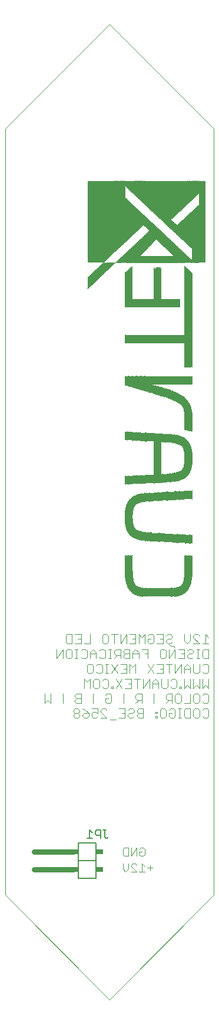
<source format=gbo>
G75*
%MOIN*%
%OFA0B0*%
%FSLAX25Y25*%
%IPPOS*%
%LPD*%
%AMOC8*
5,1,8,0,0,1.08239X$1,22.5*
%
%ADD10C,0.00000*%
%ADD11C,0.00400*%
%ADD12C,0.00600*%
%ADD13C,0.03000*%
%ADD14R,0.02000X0.03000*%
%ADD15R,0.04000X0.03000*%
%ADD16C,0.00500*%
%ADD17R,0.00133X0.00133*%
%ADD18R,0.00133X0.06501*%
%ADD19R,0.00133X0.46172*%
%ADD20R,0.00133X0.06369*%
%ADD21R,0.00133X0.06368*%
%ADD22R,0.00133X0.06369*%
%ADD23R,0.00133X0.06501*%
%ADD24R,0.00133X0.52673*%
%ADD25R,0.00133X0.52540*%
%ADD26R,0.00133X0.06236*%
%ADD27R,0.00133X0.46039*%
%ADD28R,0.00133X0.06103*%
%ADD29R,0.00133X0.45906*%
%ADD30R,0.00133X0.05970*%
%ADD31R,0.00133X0.45774*%
%ADD32R,0.00133X0.05837*%
%ADD33R,0.00133X0.45641*%
%ADD34R,0.00133X0.05705*%
%ADD35R,0.00133X0.45509*%
%ADD36R,0.00133X0.05572*%
%ADD37R,0.00133X0.45376*%
%ADD38R,0.00133X0.05439*%
%ADD39R,0.00133X0.45243*%
%ADD40R,0.00133X0.05307*%
%ADD41R,0.00133X0.45110*%
%ADD42R,0.00133X0.05174*%
%ADD43R,0.00133X0.44978*%
%ADD44R,0.00133X0.05042*%
%ADD45R,0.00133X0.44845*%
%ADD46R,0.00133X0.04909*%
%ADD47R,0.00133X0.44712*%
%ADD48R,0.00133X0.44580*%
%ADD49R,0.00133X0.04643*%
%ADD50R,0.00133X0.44447*%
%ADD51R,0.00133X0.44315*%
%ADD52R,0.00133X0.04511*%
%ADD53R,0.00133X0.44181*%
%ADD54R,0.00133X0.04378*%
%ADD55R,0.00133X0.04245*%
%ADD56R,0.00133X0.44049*%
%ADD57R,0.00133X0.04113*%
%ADD58R,0.00133X0.43916*%
%ADD59R,0.00133X0.03980*%
%ADD60R,0.00133X0.43784*%
%ADD61R,0.00133X0.03848*%
%ADD62R,0.00133X0.43651*%
%ADD63R,0.00133X0.03715*%
%ADD64R,0.00133X0.43519*%
%ADD65R,0.00133X0.03582*%
%ADD66R,0.00133X0.43385*%
%ADD67R,0.00133X0.03449*%
%ADD68R,0.00133X0.43253*%
%ADD69R,0.00133X0.03317*%
%ADD70R,0.00133X0.43120*%
%ADD71R,0.00133X0.03184*%
%ADD72R,0.00133X0.42987*%
%ADD73R,0.00133X0.03051*%
%ADD74R,0.00133X0.42855*%
%ADD75R,0.00133X0.02919*%
%ADD76R,0.00133X0.42722*%
%ADD77R,0.00133X0.42590*%
%ADD78R,0.00133X0.02786*%
%ADD79R,0.00133X0.42457*%
%ADD80R,0.00133X0.02654*%
%ADD81R,0.00133X0.42324*%
%ADD82R,0.00133X0.02520*%
%ADD83R,0.00133X0.42191*%
%ADD84R,0.00133X0.02388*%
%ADD85R,0.00133X0.02255*%
%ADD86R,0.00133X0.42059*%
%ADD87R,0.00133X0.02122*%
%ADD88R,0.00133X0.41926*%
%ADD89R,0.00133X0.01990*%
%ADD90R,0.00133X0.41793*%
%ADD91R,0.00133X0.01857*%
%ADD92R,0.00133X0.41661*%
%ADD93R,0.00133X0.01725*%
%ADD94R,0.00133X0.41528*%
%ADD95R,0.00133X0.01592*%
%ADD96R,0.00133X0.41396*%
%ADD97R,0.00133X0.01459*%
%ADD98R,0.00133X0.41263*%
%ADD99R,0.00133X0.01326*%
%ADD100R,0.00133X0.41130*%
%ADD101R,0.00133X0.01194*%
%ADD102R,0.00133X0.40997*%
%ADD103R,0.00133X0.01061*%
%ADD104R,0.00133X0.40865*%
%ADD105R,0.00133X0.00928*%
%ADD106R,0.00133X0.40732*%
%ADD107R,0.00133X0.00796*%
%ADD108R,0.00133X0.40599*%
%ADD109R,0.00133X0.40467*%
%ADD110R,0.00133X0.00663*%
%ADD111R,0.00133X0.40334*%
%ADD112R,0.00133X0.00398*%
%ADD113R,0.00133X0.40202*%
%ADD114R,0.00133X0.00265*%
%ADD115R,0.00133X0.40069*%
%ADD116R,0.00133X0.00132*%
%ADD117R,0.00133X0.39936*%
%ADD118R,0.00133X0.39803*%
%ADD119R,0.00133X0.00133*%
%ADD120R,0.00133X0.39670*%
%ADD121R,0.00133X0.00266*%
%ADD122R,0.00133X0.39538*%
%ADD123R,0.00133X0.00398*%
%ADD124R,0.00133X0.39405*%
%ADD125R,0.00133X0.00531*%
%ADD126R,0.00133X0.39273*%
%ADD127R,0.00133X0.00663*%
%ADD128R,0.00133X0.39140*%
%ADD129R,0.00133X0.00796*%
%ADD130R,0.00133X0.39007*%
%ADD131R,0.00133X0.00929*%
%ADD132R,0.00133X0.38874*%
%ADD133R,0.00133X0.01062*%
%ADD134R,0.00133X0.38742*%
%ADD135R,0.00133X0.38609*%
%ADD136R,0.00133X0.38476*%
%ADD137R,0.00133X0.01327*%
%ADD138R,0.00133X0.38344*%
%ADD139R,0.00133X0.01460*%
%ADD140R,0.00133X0.38211*%
%ADD141R,0.00133X0.01593*%
%ADD142R,0.00133X0.38079*%
%ADD143R,0.00133X0.01725*%
%ADD144R,0.00133X0.37946*%
%ADD145R,0.00133X0.01857*%
%ADD146R,0.00133X0.01991*%
%ADD147R,0.00133X0.37813*%
%ADD148R,0.00133X0.02123*%
%ADD149R,0.00133X0.37680*%
%ADD150R,0.00133X0.02256*%
%ADD151R,0.00133X0.37548*%
%ADD152R,0.00133X0.37415*%
%ADD153R,0.00133X0.02521*%
%ADD154R,0.00133X0.37282*%
%ADD155R,0.00133X0.37150*%
%ADD156R,0.00133X0.02787*%
%ADD157R,0.00133X0.37017*%
%ADD158R,0.00133X0.02919*%
%ADD159R,0.00133X0.36885*%
%ADD160R,0.00133X0.03052*%
%ADD161R,0.00133X0.36752*%
%ADD162R,0.00133X0.03185*%
%ADD163R,0.00133X0.36619*%
%ADD164R,0.00133X0.03317*%
%ADD165R,0.00133X0.36486*%
%ADD166R,0.00133X0.36354*%
%ADD167R,0.00133X0.03450*%
%ADD168R,0.00133X0.36221*%
%ADD169R,0.00133X0.03715*%
%ADD170R,0.00133X0.35956*%
%ADD171R,0.00133X0.35823*%
%ADD172R,0.00133X0.03981*%
%ADD173R,0.00133X0.04113*%
%ADD174R,0.00133X0.35690*%
%ADD175R,0.00133X0.04246*%
%ADD176R,0.00133X0.35557*%
%ADD177R,0.00133X0.04379*%
%ADD178R,0.00133X0.35425*%
%ADD179R,0.00133X0.04511*%
%ADD180R,0.00133X0.35292*%
%ADD181R,0.00133X0.04644*%
%ADD182R,0.00133X0.35160*%
%ADD183R,0.00133X0.04776*%
%ADD184R,0.00133X0.35027*%
%ADD185R,0.00133X0.04909*%
%ADD186R,0.00133X0.34894*%
%ADD187R,0.00133X0.00265*%
%ADD188R,0.00133X0.31709*%
%ADD189R,0.00133X0.11145*%
%ADD190R,0.00133X0.06103*%
%ADD191R,0.00133X0.04909*%
%ADD192R,0.00133X0.05174*%
%ADD193R,0.00133X0.19769*%
%ADD194R,0.00133X0.05175*%
%ADD195R,0.00133X0.25341*%
%ADD196R,0.00133X0.12605*%
%ADD197R,0.00133X0.08226*%
%ADD198R,0.00133X0.05307*%
%ADD199R,0.00133X0.25076*%
%ADD200R,0.00133X0.13798*%
%ADD201R,0.00133X0.09818*%
%ADD202R,0.00133X0.19902*%
%ADD203R,0.00133X0.05440*%
%ADD204R,0.00133X0.24810*%
%ADD205R,0.00133X0.14594*%
%ADD206R,0.00133X0.11278*%
%ADD207R,0.00133X0.20035*%
%ADD208R,0.00133X0.05573*%
%ADD209R,0.00133X0.24678*%
%ADD210R,0.00133X0.03184*%
%ADD211R,0.00133X0.14993*%
%ADD212R,0.00133X0.11941*%
%ADD213R,0.00133X0.20167*%
%ADD214R,0.00133X0.24413*%
%ADD215R,0.00133X0.03317*%
%ADD216R,0.00133X0.15789*%
%ADD217R,0.00133X0.13003*%
%ADD218R,0.00133X0.05440*%
%ADD219R,0.00133X0.20300*%
%ADD220R,0.00133X0.05705*%
%ADD221R,0.00133X0.24148*%
%ADD222R,0.00133X0.03450*%
%ADD223R,0.00133X0.16187*%
%ADD224R,0.00133X0.13798*%
%ADD225R,0.00133X0.05838*%
%ADD226R,0.00133X0.23882*%
%ADD227R,0.00133X0.16585*%
%ADD228R,0.00133X0.14462*%
%ADD229R,0.00133X0.20565*%
%ADD230R,0.00133X0.05970*%
%ADD231R,0.00133X0.23749*%
%ADD232R,0.00133X0.03715*%
%ADD233R,0.00133X0.16983*%
%ADD234R,0.00133X0.15125*%
%ADD235R,0.00133X0.06104*%
%ADD236R,0.00133X0.23484*%
%ADD237R,0.00133X0.17381*%
%ADD238R,0.00133X0.15656*%
%ADD239R,0.00133X0.20698*%
%ADD240R,0.00133X0.23219*%
%ADD241R,0.00133X0.03980*%
%ADD242R,0.00133X0.17646*%
%ADD243R,0.00133X0.20831*%
%ADD244R,0.00133X0.22953*%
%ADD245R,0.00133X0.17912*%
%ADD246R,0.00133X0.16718*%
%ADD247R,0.00133X0.20963*%
%ADD248R,0.00133X0.06502*%
%ADD249R,0.00133X0.22688*%
%ADD250R,0.00133X0.18177*%
%ADD251R,0.00133X0.17248*%
%ADD252R,0.00133X0.05706*%
%ADD253R,0.00133X0.21096*%
%ADD254R,0.00133X0.06634*%
%ADD255R,0.00133X0.22422*%
%ADD256R,0.00133X0.04378*%
%ADD257R,0.00133X0.18443*%
%ADD258R,0.00133X0.17646*%
%ADD259R,0.00133X0.21229*%
%ADD260R,0.00133X0.06767*%
%ADD261R,0.00133X0.22157*%
%ADD262R,0.00133X0.04511*%
%ADD263R,0.00133X0.18707*%
%ADD264R,0.00133X0.18044*%
%ADD265R,0.00133X0.21361*%
%ADD266R,0.00133X0.06899*%
%ADD267R,0.00133X0.21892*%
%ADD268R,0.00133X0.04644*%
%ADD269R,0.00133X0.18973*%
%ADD270R,0.00133X0.18575*%
%ADD271R,0.00133X0.07032*%
%ADD272R,0.00133X0.21627*%
%ADD273R,0.00133X0.19106*%
%ADD274R,0.00133X0.18840*%
%ADD275R,0.00133X0.21494*%
%ADD276R,0.00133X0.07165*%
%ADD277R,0.00133X0.19371*%
%ADD278R,0.00133X0.19238*%
%ADD279R,0.00133X0.21626*%
%ADD280R,0.00133X0.07298*%
%ADD281R,0.00133X0.19504*%
%ADD282R,0.00133X0.19636*%
%ADD283R,0.00133X0.21759*%
%ADD284R,0.00133X0.07430*%
%ADD285R,0.00133X0.20830*%
%ADD286R,0.00133X0.21892*%
%ADD287R,0.00133X0.20565*%
%ADD288R,0.00133X0.19902*%
%ADD289R,0.00133X0.20034*%
%ADD290R,0.00133X0.22025*%
%ADD291R,0.00133X0.07563*%
%ADD292R,0.00133X0.20432*%
%ADD293R,0.00133X0.20433*%
%ADD294R,0.00133X0.07696*%
%ADD295R,0.00133X0.22290*%
%ADD296R,0.00133X0.07828*%
%ADD297R,0.00133X0.20300*%
%ADD298R,0.00133X0.20963*%
%ADD299R,0.00133X0.22423*%
%ADD300R,0.00133X0.07961*%
%ADD301R,0.00133X0.20432*%
%ADD302R,0.00133X0.21228*%
%ADD303R,0.00133X0.08093*%
%ADD304R,0.00133X0.05838*%
%ADD305R,0.00133X0.20565*%
%ADD306R,0.00133X0.21361*%
%ADD307R,0.00133X0.22555*%
%ADD308R,0.00133X0.19239*%
%ADD309R,0.00133X0.05971*%
%ADD310R,0.00133X0.22688*%
%ADD311R,0.00133X0.08359*%
%ADD312R,0.00133X0.18973*%
%ADD313R,0.00133X0.22820*%
%ADD314R,0.00133X0.08492*%
%ADD315R,0.00133X0.18708*%
%ADD316R,0.00133X0.22954*%
%ADD317R,0.00133X0.08624*%
%ADD318R,0.00133X0.18442*%
%ADD319R,0.00133X0.05042*%
%ADD320R,0.00133X0.08757*%
%ADD321R,0.00133X0.18176*%
%ADD322R,0.00133X0.23086*%
%ADD323R,0.00133X0.08890*%
%ADD324R,0.00133X0.17911*%
%ADD325R,0.00133X0.22555*%
%ADD326R,0.00133X0.23219*%
%ADD327R,0.00133X0.09022*%
%ADD328R,0.00133X0.06767*%
%ADD329R,0.00133X0.12870*%
%ADD330R,0.00133X0.10348*%
%ADD331R,0.00133X0.10216*%
%ADD332R,0.00133X0.09155*%
%ADD333R,0.00133X0.17381*%
%ADD334R,0.00133X0.06900*%
%ADD335R,0.00133X0.10083*%
%ADD336R,0.00133X0.09287*%
%ADD337R,0.00133X0.17115*%
%ADD338R,0.00133X0.08757*%
%ADD339R,0.00133X0.06634*%
%ADD340R,0.00133X0.09420*%
%ADD341R,0.00133X0.16850*%
%ADD342R,0.00133X0.07165*%
%ADD343R,0.00133X0.07297*%
%ADD344R,0.00133X0.09553*%
%ADD345R,0.00133X0.16585*%
%ADD346R,0.00133X0.06899*%
%ADD347R,0.00133X0.16452*%
%ADD348R,0.00133X0.07032*%
%ADD349R,0.00133X0.09686*%
%ADD350R,0.00133X0.06633*%
%ADD351R,0.00133X0.15921*%
%ADD352R,0.00133X0.07563*%
%ADD353R,0.00133X0.09951*%
%ADD354R,0.00133X0.15788*%
%ADD355R,0.00133X0.07695*%
%ADD356R,0.00133X0.10084*%
%ADD357R,0.00133X0.15523*%
%ADD358R,0.00133X0.10217*%
%ADD359R,0.00133X0.15257*%
%ADD360R,0.00133X0.07961*%
%ADD361R,0.00133X0.10349*%
%ADD362R,0.00133X0.14993*%
%ADD363R,0.00133X0.08094*%
%ADD364R,0.00133X0.10482*%
%ADD365R,0.00133X0.14727*%
%ADD366R,0.00133X0.08226*%
%ADD367R,0.00133X0.05572*%
%ADD368R,0.00133X0.10615*%
%ADD369R,0.00133X0.08359*%
%ADD370R,0.00133X0.10747*%
%ADD371R,0.00133X0.14196*%
%ADD372R,0.00133X0.08491*%
%ADD373R,0.00133X0.10880*%
%ADD374R,0.00133X0.13931*%
%ADD375R,0.00133X0.11012*%
%ADD376R,0.00133X0.13666*%
%ADD377R,0.00133X0.05307*%
%ADD378R,0.00133X0.11145*%
%ADD379R,0.00133X0.13400*%
%ADD380R,0.00133X0.08889*%
%ADD381R,0.00133X0.13135*%
%ADD382R,0.00133X0.11411*%
%ADD383R,0.00133X0.12869*%
%ADD384R,0.00133X0.11543*%
%ADD385R,0.00133X0.09155*%
%ADD386R,0.00133X0.11676*%
%ADD387R,0.00133X0.12472*%
%ADD388R,0.00133X0.09288*%
%ADD389R,0.00133X0.12206*%
%ADD390R,0.00133X0.09420*%
%ADD391R,0.00133X0.11809*%
%ADD392R,0.00133X0.11941*%
%ADD393R,0.00133X0.09553*%
%ADD394R,0.00133X0.11808*%
%ADD395R,0.00133X0.09685*%
%ADD396R,0.00133X0.12074*%
%ADD397R,0.00133X0.09951*%
%ADD398R,0.00133X0.12339*%
%ADD399R,0.00133X0.10879*%
%ADD400R,0.00133X0.10083*%
%ADD401R,0.00133X0.05041*%
%ADD402R,0.00133X0.10481*%
%ADD403R,0.00133X0.10349*%
%ADD404R,0.00133X0.12737*%
%ADD405R,0.00133X0.10216*%
%ADD406R,0.00133X0.12870*%
%ADD407R,0.00133X0.09950*%
%ADD408R,0.00133X0.10614*%
%ADD409R,0.00133X0.10747*%
%ADD410R,0.00133X0.10880*%
%ADD411R,0.00133X0.13268*%
%ADD412R,0.00133X0.07828*%
%ADD413R,0.00133X0.09420*%
%ADD414R,0.00133X0.08491*%
%ADD415R,0.00133X0.09287*%
%ADD416R,0.00133X0.08093*%
%ADD417R,0.00133X0.07960*%
%ADD418R,0.00133X0.11543*%
%ADD419R,0.00133X0.07562*%
%ADD420R,0.00133X0.12074*%
%ADD421R,0.00133X0.12339*%
%ADD422R,0.00133X0.12604*%
%ADD423R,0.00133X0.12737*%
%ADD424R,0.00133X0.13002*%
%ADD425R,0.00133X0.09154*%
%ADD426R,0.00133X0.13135*%
%ADD427R,0.00133X0.13268*%
%ADD428R,0.00133X0.13401*%
%ADD429R,0.00133X0.09022*%
%ADD430R,0.00133X0.13533*%
%ADD431R,0.00133X0.13931*%
%ADD432R,0.00133X0.09022*%
%ADD433R,0.00133X0.14064*%
%ADD434R,0.00133X0.04777*%
%ADD435R,0.00133X0.14330*%
%ADD436R,0.00133X0.14462*%
%ADD437R,0.00133X0.14595*%
%ADD438R,0.00133X0.14727*%
%ADD439R,0.00133X0.15125*%
%ADD440R,0.00133X0.15258*%
%ADD441R,0.00133X0.15391*%
%ADD442R,0.00133X0.15524*%
%ADD443R,0.00133X0.08756*%
%ADD444R,0.00133X0.15656*%
%ADD445R,0.00133X0.14728*%
%ADD446R,0.00133X0.15789*%
%ADD447R,0.00133X0.14197*%
%ADD448R,0.00133X0.16054*%
%ADD449R,0.00133X0.16319*%
%ADD450R,0.00133X0.13400*%
%ADD451R,0.00133X0.13135*%
%ADD452R,0.00133X0.12604*%
%ADD453R,0.00133X0.16850*%
%ADD454R,0.00133X0.17115*%
%ADD455R,0.00133X0.11676*%
%ADD456R,0.00133X0.17513*%
%ADD457R,0.00133X0.17646*%
%ADD458R,0.00133X0.17779*%
%ADD459R,0.00133X0.04776*%
%ADD460R,0.00133X0.14064*%
%ADD461R,0.00133X0.18044*%
%ADD462R,0.00133X0.28393*%
%ADD463R,0.00133X0.18177*%
%ADD464R,0.00133X0.18309*%
%ADD465R,0.00133X0.28128*%
%ADD466R,0.00133X0.18841*%
%ADD467R,0.00133X0.07297*%
%ADD468R,0.00133X0.19769*%
%ADD469R,0.00133X0.07164*%
%ADD470R,0.00133X0.20034*%
%ADD471R,0.00133X0.27995*%
%ADD472R,0.00133X0.27863*%
%ADD473R,0.00133X0.20698*%
%ADD474R,0.00133X0.07031*%
%ADD475R,0.00133X0.21228*%
%ADD476R,0.00133X0.22157*%
%ADD477R,0.00133X0.22422*%
%ADD478R,0.00133X0.23086*%
%ADD479R,0.00133X0.23617*%
%ADD480R,0.00133X0.23882*%
%ADD481R,0.00133X0.24015*%
%ADD482R,0.00133X0.24280*%
%ADD483R,0.00133X0.24413*%
%ADD484R,0.00133X0.24545*%
%ADD485R,0.00133X0.24811*%
%ADD486R,0.00133X0.24943*%
%ADD487R,0.00133X0.25076*%
%ADD488R,0.00133X0.25209*%
%ADD489R,0.00133X0.25342*%
%ADD490R,0.00133X0.25474*%
%ADD491R,0.00133X0.25607*%
%ADD492R,0.00133X0.25739*%
%ADD493R,0.00133X0.25872*%
%ADD494R,0.00133X0.26005*%
%ADD495R,0.00133X0.26137*%
%ADD496R,0.00133X0.26270*%
%ADD497R,0.00133X0.26403*%
%ADD498R,0.00133X0.26536*%
%ADD499R,0.00133X0.26668*%
%ADD500R,0.00133X0.26801*%
%ADD501R,0.00133X0.26933*%
%ADD502R,0.00133X0.27066*%
%ADD503R,0.00133X0.27199*%
%ADD504R,0.00133X0.27331*%
%ADD505R,0.00133X0.19106*%
%ADD506R,0.00133X0.06766*%
%ADD507R,0.00133X0.07828*%
%ADD508R,0.00133X0.09685*%
%ADD509R,0.00133X0.11543*%
%ADD510R,0.00133X0.12073*%
%ADD511R,0.00133X0.10746*%
%ADD512R,0.00133X0.14860*%
%ADD513R,0.00133X0.57184*%
%ADD514R,0.00133X0.22556*%
%ADD515R,0.00133X0.57051*%
%ADD516R,0.00133X0.56919*%
%ADD517R,0.00133X0.13931*%
%ADD518R,0.00133X0.22024*%
%ADD519R,0.00133X0.56786*%
%ADD520R,0.00133X0.17779*%
%ADD521R,0.00133X0.56653*%
%ADD522R,0.00133X0.14461*%
%ADD523R,0.00133X0.21759*%
%ADD524R,0.00133X0.56520*%
%ADD525R,0.00133X0.21493*%
%ADD526R,0.00133X0.56387*%
%ADD527R,0.00133X0.14992*%
%ADD528R,0.00133X0.17513*%
%ADD529R,0.00133X0.56255*%
%ADD530R,0.00133X0.56122*%
%ADD531R,0.00133X0.55990*%
%ADD532R,0.00133X0.55857*%
%ADD533R,0.00133X0.20167*%
%ADD534R,0.00133X0.16983*%
%ADD535R,0.00133X0.55724*%
%ADD536R,0.00133X0.19636*%
%ADD537R,0.00133X0.55592*%
%ADD538R,0.00133X0.19370*%
%ADD539R,0.00133X0.16584*%
%ADD540R,0.00133X0.55459*%
%ADD541R,0.00133X0.16850*%
%ADD542R,0.00133X0.19105*%
%ADD543R,0.00133X0.16452*%
%ADD544R,0.00133X0.55326*%
%ADD545R,0.00133X0.17116*%
%ADD546R,0.00133X0.55193*%
%ADD547R,0.00133X0.17380*%
%ADD548R,0.00133X0.55061*%
%ADD549R,0.00133X0.54928*%
%ADD550R,0.00133X0.17911*%
%ADD551R,0.00133X0.17514*%
%ADD552R,0.00133X0.54796*%
%ADD553R,0.00133X0.16982*%
%ADD554R,0.00133X0.15523*%
%ADD555R,0.00133X0.54663*%
%ADD556R,0.00133X0.16452*%
%ADD557R,0.00133X0.54530*%
%ADD558R,0.00133X0.54398*%
%ADD559R,0.00133X0.19238*%
%ADD560R,0.00133X0.54132*%
%ADD561R,0.00133X0.19371*%
%ADD562R,0.00133X0.14329*%
%ADD563R,0.00133X0.14063*%
%ADD564R,0.00133X0.53999*%
%ADD565R,0.00133X0.19769*%
%ADD566R,0.00133X0.53867*%
%ADD567R,0.00133X0.15391*%
%ADD568R,0.00133X0.12472*%
%ADD569R,0.00133X0.53734*%
%ADD570R,0.00133X0.11675*%
%ADD571R,0.00133X0.20299*%
%ADD572R,0.00133X0.53602*%
%ADD573R,0.00133X0.53469*%
%ADD574R,0.00133X0.10614*%
%ADD575R,0.00133X0.53204*%
%ADD576R,0.00133X0.29189*%
%ADD577R,0.00133X0.29322*%
%ADD578R,0.00133X0.29454*%
%ADD579R,0.00133X0.29587*%
%ADD580R,0.00133X0.29720*%
%ADD581R,0.00133X0.29853*%
%ADD582R,0.00133X0.29985*%
%ADD583R,0.00133X0.30118*%
%ADD584R,0.00133X0.30251*%
%ADD585R,0.00133X0.30383*%
%ADD586R,0.00133X0.30516*%
%ADD587R,0.00133X0.30648*%
%ADD588R,0.00133X0.30781*%
%ADD589R,0.00133X0.30914*%
%ADD590R,0.00133X0.31047*%
%ADD591R,0.00133X0.31180*%
%ADD592R,0.00133X0.31312*%
%ADD593R,0.00133X0.31445*%
%ADD594R,0.00133X0.31577*%
%ADD595R,0.00133X0.31710*%
%ADD596R,0.00133X0.31843*%
%ADD597R,0.00133X0.31976*%
%ADD598R,0.00133X0.32108*%
%ADD599R,0.00133X0.32241*%
%ADD600R,0.00133X0.32374*%
%ADD601R,0.00133X0.32506*%
%ADD602R,0.00133X0.32639*%
D10*
X0020685Y0060655D02*
X0079740Y0001600D01*
X0138795Y0060655D01*
X0138795Y0493726D01*
X0079740Y0552781D01*
X0020685Y0493726D01*
X0020685Y0060655D01*
D11*
X0042953Y0169200D02*
X0042953Y0174404D01*
X0044688Y0170935D02*
X0042953Y0169200D01*
X0044688Y0170935D02*
X0046422Y0169200D01*
X0046422Y0174404D01*
X0053298Y0174404D02*
X0053298Y0169200D01*
X0060141Y0170067D02*
X0061008Y0169200D01*
X0063610Y0169200D01*
X0063610Y0174404D01*
X0061008Y0174404D01*
X0060141Y0173537D01*
X0060141Y0172670D01*
X0061008Y0171802D01*
X0063610Y0171802D01*
X0064438Y0166004D02*
X0066173Y0165137D01*
X0067907Y0163402D01*
X0065305Y0163402D01*
X0064438Y0162535D01*
X0064438Y0161667D01*
X0065305Y0160800D01*
X0067040Y0160800D01*
X0067907Y0161667D01*
X0067907Y0163402D01*
X0069594Y0163402D02*
X0069594Y0161667D01*
X0070462Y0160800D01*
X0072196Y0160800D01*
X0073064Y0161667D01*
X0073064Y0163402D02*
X0071329Y0164270D01*
X0070462Y0164270D01*
X0069594Y0163402D01*
X0069594Y0166004D02*
X0073064Y0166004D01*
X0073064Y0163402D01*
X0074751Y0164270D02*
X0074751Y0165137D01*
X0075618Y0166004D01*
X0077353Y0166004D01*
X0078220Y0165137D01*
X0074751Y0164270D02*
X0078220Y0160800D01*
X0074751Y0160800D01*
X0078196Y0169200D02*
X0077329Y0170067D01*
X0077329Y0171802D01*
X0079064Y0171802D01*
X0080798Y0170067D02*
X0079931Y0169200D01*
X0078196Y0169200D01*
X0077329Y0173537D02*
X0078196Y0174404D01*
X0079931Y0174404D01*
X0080798Y0173537D01*
X0080798Y0170067D01*
X0080790Y0177600D02*
X0081658Y0177600D01*
X0081658Y0178467D01*
X0080790Y0178467D01*
X0080790Y0177600D01*
X0079080Y0178467D02*
X0078212Y0177600D01*
X0076477Y0177600D01*
X0075610Y0178467D01*
X0073923Y0178467D02*
X0073056Y0177600D01*
X0071321Y0177600D01*
X0070454Y0178467D01*
X0070454Y0181937D01*
X0071321Y0182804D01*
X0073056Y0182804D01*
X0073923Y0181937D01*
X0073923Y0178467D01*
X0075610Y0181937D02*
X0076477Y0182804D01*
X0078212Y0182804D01*
X0079080Y0181937D01*
X0079080Y0178467D01*
X0079080Y0186000D02*
X0077345Y0186000D01*
X0078212Y0186000D02*
X0078212Y0191204D01*
X0077345Y0191204D02*
X0079080Y0191204D01*
X0080766Y0191204D02*
X0084236Y0186000D01*
X0083345Y0182804D02*
X0086814Y0177600D01*
X0087674Y0174404D02*
X0087674Y0169200D01*
X0088533Y0166004D02*
X0088533Y0160800D01*
X0085063Y0160800D01*
X0083377Y0159933D02*
X0079907Y0159933D01*
X0085063Y0166004D02*
X0088533Y0166004D01*
X0090220Y0165137D02*
X0091087Y0166004D01*
X0092822Y0166004D01*
X0093689Y0165137D01*
X0093689Y0164270D01*
X0092822Y0163402D01*
X0091087Y0163402D01*
X0090220Y0162535D01*
X0090220Y0161667D01*
X0091087Y0160800D01*
X0092822Y0160800D01*
X0093689Y0161667D01*
X0095376Y0161667D02*
X0096244Y0160800D01*
X0098846Y0160800D01*
X0098846Y0166004D01*
X0096244Y0166004D01*
X0095376Y0165137D01*
X0095376Y0164270D01*
X0096244Y0163402D01*
X0098846Y0163402D01*
X0097986Y0169200D02*
X0097986Y0174404D01*
X0095384Y0174404D01*
X0094517Y0173537D01*
X0094517Y0171802D01*
X0095384Y0170935D01*
X0097986Y0170935D01*
X0096252Y0170935D02*
X0094517Y0169200D01*
X0096244Y0163402D02*
X0095376Y0162535D01*
X0095376Y0161667D01*
X0095392Y0177600D02*
X0095392Y0182804D01*
X0097127Y0182804D02*
X0093657Y0182804D01*
X0091971Y0182804D02*
X0091971Y0177600D01*
X0088501Y0177600D01*
X0090236Y0180202D02*
X0091971Y0180202D01*
X0091971Y0182804D02*
X0088501Y0182804D01*
X0089392Y0186000D02*
X0085923Y0186000D01*
X0087658Y0188602D02*
X0089392Y0188602D01*
X0089392Y0191204D02*
X0089392Y0186000D01*
X0091079Y0186000D02*
X0091079Y0191204D01*
X0092814Y0189470D01*
X0094549Y0191204D01*
X0094549Y0186000D01*
X0096268Y0194400D02*
X0096268Y0197870D01*
X0094533Y0199604D01*
X0092798Y0197870D01*
X0092798Y0194400D01*
X0092798Y0197002D02*
X0096268Y0197002D01*
X0097954Y0199604D02*
X0101424Y0199604D01*
X0101424Y0194400D01*
X0101424Y0197002D02*
X0099689Y0197002D01*
X0099705Y0202800D02*
X0099705Y0208004D01*
X0097970Y0206270D01*
X0096236Y0208004D01*
X0096236Y0202800D01*
X0094549Y0202800D02*
X0094549Y0208004D01*
X0091079Y0208004D01*
X0089392Y0208004D02*
X0089392Y0202800D01*
X0091079Y0202800D02*
X0094549Y0202800D01*
X0094549Y0205402D02*
X0092814Y0205402D01*
X0091111Y0199604D02*
X0091111Y0194400D01*
X0088509Y0194400D01*
X0087642Y0195267D01*
X0087642Y0196135D01*
X0088509Y0197002D01*
X0091111Y0197002D01*
X0088509Y0197002D02*
X0087642Y0197870D01*
X0087642Y0198737D01*
X0088509Y0199604D01*
X0091111Y0199604D01*
X0085923Y0202800D02*
X0089392Y0208004D01*
X0085923Y0208004D02*
X0085923Y0202800D01*
X0085955Y0199604D02*
X0083353Y0199604D01*
X0082485Y0198737D01*
X0082485Y0197002D01*
X0083353Y0196135D01*
X0085955Y0196135D01*
X0085955Y0194400D02*
X0085955Y0199604D01*
X0084220Y0196135D02*
X0082485Y0194400D01*
X0080798Y0194400D02*
X0079064Y0194400D01*
X0079931Y0194400D02*
X0079931Y0199604D01*
X0080798Y0199604D02*
X0079064Y0199604D01*
X0077361Y0198737D02*
X0077361Y0195267D01*
X0076493Y0194400D01*
X0074759Y0194400D01*
X0073891Y0195267D01*
X0072204Y0194400D02*
X0072204Y0197870D01*
X0070470Y0199604D01*
X0068735Y0197870D01*
X0068735Y0194400D01*
X0067048Y0195267D02*
X0066181Y0194400D01*
X0064446Y0194400D01*
X0063578Y0195267D01*
X0061892Y0194400D02*
X0060157Y0194400D01*
X0061024Y0194400D02*
X0061024Y0199604D01*
X0060157Y0199604D02*
X0061892Y0199604D01*
X0063578Y0198737D02*
X0064446Y0199604D01*
X0066181Y0199604D01*
X0067048Y0198737D01*
X0067048Y0195267D01*
X0068735Y0197002D02*
X0072204Y0197002D01*
X0073891Y0198737D02*
X0074759Y0199604D01*
X0076493Y0199604D01*
X0077361Y0198737D01*
X0078212Y0202800D02*
X0076477Y0202800D01*
X0075610Y0203667D01*
X0075610Y0207137D01*
X0076477Y0208004D01*
X0078212Y0208004D01*
X0079080Y0207137D01*
X0079080Y0203667D01*
X0078212Y0202800D01*
X0080766Y0208004D02*
X0084236Y0208004D01*
X0082501Y0208004D02*
X0082501Y0202800D01*
X0084236Y0191204D02*
X0080766Y0186000D01*
X0086814Y0182804D02*
X0083345Y0177600D01*
X0085923Y0191204D02*
X0089392Y0191204D01*
X0088533Y0163402D02*
X0086798Y0163402D01*
X0074775Y0186000D02*
X0073040Y0186000D01*
X0072172Y0186867D01*
X0070486Y0186867D02*
X0070486Y0190337D01*
X0069618Y0191204D01*
X0067883Y0191204D01*
X0067016Y0190337D01*
X0067016Y0186867D01*
X0067883Y0186000D01*
X0069618Y0186000D01*
X0070486Y0186867D01*
X0072172Y0190337D02*
X0073040Y0191204D01*
X0074775Y0191204D01*
X0075642Y0190337D01*
X0075642Y0186867D01*
X0074775Y0186000D01*
X0070486Y0174404D02*
X0070486Y0169200D01*
X0068767Y0177600D02*
X0068767Y0182804D01*
X0067032Y0181070D01*
X0065297Y0182804D01*
X0065297Y0177600D01*
X0061008Y0171802D02*
X0060141Y0170935D01*
X0060141Y0170067D01*
X0060149Y0166004D02*
X0059281Y0165137D01*
X0059281Y0164270D01*
X0060149Y0163402D01*
X0061884Y0163402D01*
X0062751Y0164270D01*
X0062751Y0165137D01*
X0061884Y0166004D01*
X0060149Y0166004D01*
X0060149Y0163402D02*
X0059281Y0162535D01*
X0059281Y0161667D01*
X0060149Y0160800D01*
X0061884Y0160800D01*
X0062751Y0161667D01*
X0062751Y0162535D01*
X0061884Y0163402D01*
X0057587Y0194400D02*
X0055852Y0194400D01*
X0054984Y0195267D01*
X0054984Y0198737D01*
X0055852Y0199604D01*
X0057587Y0199604D01*
X0058454Y0198737D01*
X0058454Y0195267D01*
X0057587Y0194400D01*
X0058454Y0202800D02*
X0055852Y0202800D01*
X0054984Y0203667D01*
X0054984Y0207137D01*
X0055852Y0208004D01*
X0058454Y0208004D01*
X0058454Y0202800D01*
X0060141Y0202800D02*
X0063610Y0202800D01*
X0063610Y0208004D01*
X0060141Y0208004D01*
X0061876Y0205402D02*
X0063610Y0205402D01*
X0065297Y0202800D02*
X0068767Y0202800D01*
X0068767Y0208004D01*
X0053298Y0199604D02*
X0053298Y0194400D01*
X0049828Y0194400D02*
X0053298Y0199604D01*
X0049828Y0199604D02*
X0049828Y0194400D01*
X0088102Y0087404D02*
X0090404Y0087404D01*
X0090404Y0082800D01*
X0088102Y0082800D01*
X0087335Y0083567D01*
X0087335Y0086637D01*
X0088102Y0087404D01*
X0087335Y0078404D02*
X0087335Y0075335D01*
X0088869Y0073800D01*
X0090404Y0075335D01*
X0090404Y0078404D01*
X0091939Y0077637D02*
X0091939Y0076869D01*
X0095008Y0073800D01*
X0091939Y0073800D01*
X0091939Y0077637D02*
X0092706Y0078404D01*
X0094241Y0078404D01*
X0095008Y0077637D01*
X0096543Y0073800D02*
X0099612Y0073800D01*
X0098077Y0073800D02*
X0098077Y0078404D01*
X0099612Y0076869D01*
X0098844Y0082800D02*
X0097310Y0082800D01*
X0096543Y0083567D01*
X0096543Y0085102D01*
X0098077Y0085102D01*
X0096543Y0086637D02*
X0097310Y0087404D01*
X0098844Y0087404D01*
X0099612Y0086637D01*
X0099612Y0083567D01*
X0098844Y0082800D01*
X0101146Y0076102D02*
X0104216Y0076102D01*
X0102681Y0077637D02*
X0102681Y0074567D01*
X0095008Y0082800D02*
X0095008Y0087404D01*
X0091939Y0082800D01*
X0091939Y0087404D01*
X0105713Y0160800D02*
X0106580Y0160800D01*
X0106580Y0161667D01*
X0105713Y0161667D01*
X0105713Y0160800D01*
X0105713Y0163402D02*
X0106580Y0163402D01*
X0106580Y0164270D01*
X0105713Y0164270D01*
X0105713Y0163402D01*
X0104862Y0169200D02*
X0104862Y0174404D01*
X0103970Y0177600D02*
X0103970Y0181070D01*
X0105705Y0182804D01*
X0107440Y0181070D01*
X0107440Y0177600D01*
X0109127Y0178467D02*
X0109127Y0182804D01*
X0107440Y0180202D02*
X0103970Y0180202D01*
X0104862Y0186000D02*
X0101392Y0191204D01*
X0104862Y0191204D02*
X0101392Y0186000D01*
X0102283Y0182804D02*
X0098814Y0177600D01*
X0098814Y0182804D01*
X0102283Y0182804D02*
X0102283Y0177600D01*
X0106548Y0186000D02*
X0110018Y0186000D01*
X0110018Y0191204D01*
X0106548Y0191204D01*
X0108283Y0188602D02*
X0110018Y0188602D01*
X0111705Y0191204D02*
X0115174Y0191204D01*
X0116861Y0191204D02*
X0116861Y0186000D01*
X0120331Y0191204D01*
X0120331Y0186000D01*
X0122018Y0186000D02*
X0122018Y0189470D01*
X0123752Y0191204D01*
X0125487Y0189470D01*
X0125487Y0186000D01*
X0127174Y0186867D02*
X0127174Y0191204D01*
X0125487Y0188602D02*
X0122018Y0188602D01*
X0122050Y0194400D02*
X0118580Y0194400D01*
X0116893Y0194400D02*
X0116893Y0199604D01*
X0113424Y0194400D01*
X0113424Y0199604D01*
X0111737Y0198737D02*
X0111737Y0195267D01*
X0110869Y0194400D01*
X0109135Y0194400D01*
X0108267Y0195267D01*
X0108267Y0198737D01*
X0109135Y0199604D01*
X0110869Y0199604D01*
X0111737Y0198737D01*
X0114291Y0201339D02*
X0113424Y0202207D01*
X0112572Y0202800D02*
X0114307Y0202800D01*
X0115174Y0203667D01*
X0114307Y0205402D02*
X0112572Y0205402D01*
X0111705Y0204535D01*
X0111705Y0203667D01*
X0112572Y0202800D01*
X0114291Y0201339D02*
X0116026Y0201339D01*
X0116893Y0200472D01*
X0118580Y0199604D02*
X0122050Y0199604D01*
X0122050Y0194400D01*
X0122050Y0197002D02*
X0120315Y0197002D01*
X0123752Y0202800D02*
X0122018Y0204535D01*
X0122018Y0208004D01*
X0125487Y0204535D02*
X0123752Y0202800D01*
X0125487Y0204535D02*
X0125487Y0208004D01*
X0127174Y0207137D02*
X0128041Y0208004D01*
X0129776Y0208004D01*
X0130644Y0207137D01*
X0127174Y0206270D02*
X0130644Y0202800D01*
X0127174Y0202800D01*
X0126339Y0199604D02*
X0127206Y0198737D01*
X0127206Y0197870D01*
X0126339Y0197002D01*
X0124604Y0197002D01*
X0123736Y0196135D01*
X0123736Y0195267D01*
X0124604Y0194400D01*
X0126339Y0194400D01*
X0127206Y0195267D01*
X0128909Y0194400D02*
X0130644Y0194400D01*
X0129776Y0194400D02*
X0129776Y0199604D01*
X0128909Y0199604D02*
X0130644Y0199604D01*
X0132330Y0198737D02*
X0133198Y0199604D01*
X0135800Y0199604D01*
X0135800Y0194400D01*
X0133198Y0194400D01*
X0132330Y0195267D01*
X0132330Y0198737D01*
X0132330Y0202800D02*
X0135800Y0202800D01*
X0134065Y0202800D02*
X0134065Y0208004D01*
X0135800Y0206270D01*
X0134933Y0191204D02*
X0133198Y0191204D01*
X0132330Y0190337D01*
X0130644Y0191204D02*
X0130644Y0186867D01*
X0129776Y0186000D01*
X0128041Y0186000D01*
X0127174Y0186867D01*
X0127174Y0182804D02*
X0127174Y0177600D01*
X0128909Y0179335D01*
X0130644Y0177600D01*
X0130644Y0182804D01*
X0132330Y0182804D02*
X0132330Y0177600D01*
X0134065Y0179335D01*
X0135800Y0177600D01*
X0135800Y0182804D01*
X0134933Y0186000D02*
X0133198Y0186000D01*
X0132330Y0186867D01*
X0134933Y0186000D02*
X0135800Y0186867D01*
X0135800Y0190337D01*
X0134933Y0191204D01*
X0134933Y0174404D02*
X0133198Y0174404D01*
X0132330Y0173537D01*
X0130644Y0173537D02*
X0130644Y0170067D01*
X0129776Y0169200D01*
X0128041Y0169200D01*
X0127174Y0170067D01*
X0127174Y0173537D01*
X0128041Y0174404D01*
X0129776Y0174404D01*
X0130644Y0173537D01*
X0132330Y0170067D02*
X0133198Y0169200D01*
X0134933Y0169200D01*
X0135800Y0170067D01*
X0135800Y0173537D01*
X0134933Y0174404D01*
X0134933Y0166004D02*
X0133198Y0166004D01*
X0132330Y0165137D01*
X0130644Y0165137D02*
X0130644Y0161667D01*
X0129776Y0160800D01*
X0128041Y0160800D01*
X0127174Y0161667D01*
X0127174Y0165137D01*
X0128041Y0166004D01*
X0129776Y0166004D01*
X0130644Y0165137D01*
X0132330Y0161667D02*
X0133198Y0160800D01*
X0134933Y0160800D01*
X0135800Y0161667D01*
X0135800Y0165137D01*
X0134933Y0166004D01*
X0125487Y0166004D02*
X0122885Y0166004D01*
X0122018Y0165137D01*
X0122018Y0161667D01*
X0122885Y0160800D01*
X0125487Y0160800D01*
X0125487Y0166004D01*
X0125487Y0169200D02*
X0122018Y0169200D01*
X0120331Y0170067D02*
X0120331Y0173537D01*
X0119463Y0174404D01*
X0117729Y0174404D01*
X0116861Y0173537D01*
X0116861Y0170067D01*
X0117729Y0169200D01*
X0119463Y0169200D01*
X0120331Y0170067D01*
X0120331Y0166004D02*
X0118596Y0166004D01*
X0119463Y0166004D02*
X0119463Y0160800D01*
X0118596Y0160800D02*
X0120331Y0160800D01*
X0116893Y0161667D02*
X0116026Y0160800D01*
X0114291Y0160800D01*
X0113424Y0161667D01*
X0113424Y0163402D01*
X0115158Y0163402D01*
X0113424Y0165137D02*
X0114291Y0166004D01*
X0116026Y0166004D01*
X0116893Y0165137D01*
X0116893Y0161667D01*
X0115174Y0169200D02*
X0115174Y0174404D01*
X0112572Y0174404D01*
X0111705Y0173537D01*
X0111705Y0171802D01*
X0112572Y0170935D01*
X0115174Y0170935D01*
X0113440Y0170935D02*
X0111705Y0169200D01*
X0110869Y0166004D02*
X0111737Y0165137D01*
X0111737Y0161667D01*
X0110869Y0160800D01*
X0109135Y0160800D01*
X0108267Y0161667D01*
X0108267Y0165137D01*
X0109135Y0166004D01*
X0110869Y0166004D01*
X0111729Y0177600D02*
X0109994Y0177600D01*
X0109127Y0178467D01*
X0111729Y0177600D02*
X0112596Y0178467D01*
X0112596Y0182804D01*
X0114283Y0181937D02*
X0115150Y0182804D01*
X0116885Y0182804D01*
X0117753Y0181937D01*
X0117753Y0178467D01*
X0116885Y0177600D01*
X0115150Y0177600D01*
X0114283Y0178467D01*
X0113440Y0186000D02*
X0113440Y0191204D01*
X0110018Y0202800D02*
X0106548Y0202800D01*
X0104862Y0203667D02*
X0104862Y0207137D01*
X0103994Y0208004D01*
X0102259Y0208004D01*
X0101392Y0207137D01*
X0101392Y0205402D02*
X0103127Y0205402D01*
X0101392Y0205402D02*
X0101392Y0203667D01*
X0102259Y0202800D01*
X0103994Y0202800D01*
X0104862Y0203667D01*
X0106548Y0208004D02*
X0110018Y0208004D01*
X0110018Y0202800D01*
X0110018Y0205402D02*
X0108283Y0205402D01*
X0111705Y0207137D02*
X0112572Y0208004D01*
X0114307Y0208004D01*
X0115174Y0207137D01*
X0115174Y0206270D01*
X0114307Y0205402D01*
X0122018Y0182804D02*
X0122018Y0177600D01*
X0123752Y0179335D01*
X0125487Y0177600D01*
X0125487Y0182804D01*
X0125487Y0174404D02*
X0125487Y0169200D01*
X0120331Y0177600D02*
X0119463Y0177600D01*
X0119463Y0178467D01*
X0120331Y0178467D01*
X0120331Y0177600D01*
X0123736Y0198737D02*
X0124604Y0199604D01*
X0126339Y0199604D01*
X0127174Y0206270D02*
X0127174Y0207137D01*
D12*
X0071925Y0090120D02*
X0071925Y0080120D01*
X0071925Y0070120D01*
X0061925Y0070120D01*
X0061925Y0080120D01*
X0061925Y0090120D01*
X0071925Y0090120D01*
X0071925Y0080120D02*
X0061925Y0080120D01*
D13*
X0059425Y0085120D02*
X0036925Y0085120D01*
X0036925Y0075120D02*
X0059425Y0075120D01*
D14*
X0060925Y0075120D03*
X0060925Y0085120D03*
D15*
X0073925Y0085120D03*
X0073925Y0075120D03*
D16*
X0074571Y0092870D02*
X0074571Y0097374D01*
X0072319Y0097374D01*
X0071569Y0096623D01*
X0071569Y0095122D01*
X0072319Y0094371D01*
X0074571Y0094371D01*
X0076923Y0093620D02*
X0076923Y0097374D01*
X0076173Y0097374D02*
X0077674Y0097374D01*
X0076923Y0093620D02*
X0077674Y0092870D01*
X0078425Y0092870D01*
X0079175Y0093620D01*
X0069967Y0092870D02*
X0066965Y0092870D01*
X0068466Y0092870D02*
X0068466Y0097374D01*
X0069967Y0095872D01*
D17*
X0088626Y0252349D03*
X0093005Y0252349D03*
X0067531Y0403469D03*
D18*
X0067663Y0406520D03*
X0067796Y0406653D03*
X0069521Y0408245D03*
X0069654Y0408378D03*
X0071378Y0409969D03*
X0071776Y0410368D03*
X0071909Y0410501D03*
X0072174Y0410766D03*
X0073501Y0411960D03*
X0073634Y0412092D03*
X0073899Y0412358D03*
X0074032Y0412491D03*
X0075757Y0414083D03*
X0076022Y0414348D03*
X0076155Y0414481D03*
X0076287Y0414614D03*
X0092607Y0460918D03*
X0098843Y0442210D03*
X0118744Y0436373D03*
X0093137Y0350663D03*
X0093668Y0282865D03*
X0093668Y0265882D03*
X0093933Y0233907D03*
D19*
X0076287Y0441082D03*
X0076155Y0441082D03*
X0076022Y0441082D03*
X0075889Y0441082D03*
X0075757Y0441082D03*
X0075624Y0441082D03*
X0075491Y0441082D03*
X0075359Y0441082D03*
X0075226Y0441082D03*
X0075093Y0441082D03*
X0074961Y0441082D03*
X0074828Y0441082D03*
X0074695Y0441082D03*
X0074563Y0441082D03*
X0074430Y0441082D03*
X0074297Y0441082D03*
X0074165Y0441082D03*
X0074032Y0441082D03*
X0073899Y0441082D03*
X0073767Y0441082D03*
X0073634Y0441082D03*
X0073501Y0441082D03*
X0073369Y0441082D03*
X0073236Y0441082D03*
X0073103Y0441082D03*
X0072970Y0441082D03*
X0072838Y0441082D03*
X0072705Y0441082D03*
X0072572Y0441082D03*
X0072440Y0441082D03*
X0072307Y0441082D03*
X0072174Y0441082D03*
X0072042Y0441082D03*
X0071909Y0441082D03*
X0071776Y0441082D03*
X0071644Y0441082D03*
X0071511Y0441082D03*
X0071378Y0441082D03*
X0071246Y0441082D03*
X0071113Y0441082D03*
X0070980Y0441082D03*
X0070848Y0441082D03*
X0070715Y0441082D03*
X0070582Y0441082D03*
X0070450Y0441082D03*
X0070317Y0441082D03*
X0070184Y0441082D03*
X0070052Y0441082D03*
X0069919Y0441082D03*
X0069786Y0441082D03*
X0069654Y0441082D03*
X0069521Y0441082D03*
X0069388Y0441082D03*
X0069256Y0441082D03*
X0069123Y0441082D03*
X0068990Y0441082D03*
X0068857Y0441082D03*
X0068725Y0441082D03*
X0068592Y0441082D03*
X0068459Y0441082D03*
X0068327Y0441082D03*
X0068194Y0441082D03*
X0068061Y0441082D03*
X0067929Y0441082D03*
X0067796Y0441082D03*
X0067663Y0441082D03*
X0130685Y0441082D03*
X0130818Y0441082D03*
X0130950Y0441082D03*
X0131083Y0441082D03*
X0131216Y0441082D03*
X0131348Y0441082D03*
X0131481Y0441082D03*
X0131614Y0441082D03*
X0131746Y0441082D03*
X0131879Y0441082D03*
X0132012Y0441082D03*
X0132144Y0441082D03*
X0132277Y0441082D03*
X0132410Y0441082D03*
X0132543Y0441082D03*
X0132675Y0441082D03*
X0132808Y0441082D03*
X0132941Y0441082D03*
X0133073Y0441082D03*
X0133206Y0441082D03*
X0133339Y0441082D03*
X0133471Y0441082D03*
X0133604Y0441082D03*
X0133737Y0441082D03*
X0133869Y0441082D03*
X0134002Y0441082D03*
X0134135Y0441082D03*
D20*
X0121530Y0339319D03*
X0121663Y0316233D03*
X0121663Y0298985D03*
X0121398Y0233708D03*
X0094066Y0233708D03*
X0093005Y0350730D03*
X0092872Y0350730D03*
X0092739Y0350730D03*
X0092607Y0350730D03*
X0074430Y0412822D03*
X0074297Y0412690D03*
X0073236Y0411761D03*
X0073103Y0411628D03*
X0072970Y0411496D03*
X0071644Y0410302D03*
X0070715Y0409373D03*
X0070450Y0409107D03*
X0070184Y0408842D03*
X0069123Y0407913D03*
X0068857Y0407648D03*
X0067929Y0406719D03*
X0075491Y0413884D03*
X0075624Y0414017D03*
X0092474Y0460984D03*
D21*
X0075226Y0413618D03*
X0074961Y0413353D03*
X0074695Y0413088D03*
X0073369Y0411894D03*
X0072705Y0411230D03*
X0072440Y0410965D03*
X0071113Y0409771D03*
X0070848Y0409505D03*
X0070582Y0409240D03*
X0069919Y0408577D03*
X0069256Y0408046D03*
X0068592Y0407382D03*
X0068327Y0407117D03*
X0068061Y0406852D03*
D22*
X0068194Y0406984D03*
X0068459Y0407250D03*
X0068725Y0407515D03*
X0068990Y0407781D03*
X0069388Y0408179D03*
X0069786Y0408444D03*
X0070052Y0408709D03*
X0070317Y0408975D03*
X0070980Y0409638D03*
X0071246Y0409903D03*
X0071511Y0410169D03*
X0072307Y0410832D03*
X0072572Y0411097D03*
X0072838Y0411363D03*
X0073767Y0412292D03*
X0074165Y0412557D03*
X0074828Y0413220D03*
X0075093Y0413486D03*
X0075359Y0413751D03*
X0090086Y0421181D03*
X0121265Y0421181D03*
D23*
X0075889Y0414215D03*
X0074563Y0413021D03*
X0072042Y0410633D03*
D24*
X0076420Y0437832D03*
D25*
X0076553Y0437898D03*
D26*
X0076685Y0414879D03*
X0089953Y0421114D03*
X0098975Y0442210D03*
X0092341Y0461051D03*
X0118611Y0436373D03*
X0121398Y0421114D03*
X0121398Y0339518D03*
X0121530Y0298786D03*
X0093801Y0282998D03*
X0093801Y0265617D03*
X0092474Y0350796D03*
X0092341Y0350796D03*
X0092209Y0350796D03*
X0092076Y0350796D03*
D27*
X0076685Y0441149D03*
D28*
X0076818Y0414945D03*
X0121132Y0233443D03*
D29*
X0076818Y0441215D03*
D30*
X0076951Y0415011D03*
X0094066Y0265352D03*
D31*
X0076951Y0441282D03*
D32*
X0077083Y0415078D03*
X0099506Y0441879D03*
X0099241Y0442144D03*
X0100567Y0440950D03*
X0100833Y0440684D03*
X0101098Y0440419D03*
X0101761Y0439756D03*
X0102425Y0439225D03*
X0094066Y0283329D03*
D33*
X0077083Y0441348D03*
D34*
X0077216Y0415144D03*
X0121132Y0316830D03*
X0121132Y0298388D03*
X0120734Y0233111D03*
D35*
X0077216Y0441414D03*
D36*
X0077349Y0415210D03*
X0091678Y0461382D03*
X0115427Y0439093D03*
X0115693Y0438827D03*
X0115825Y0438694D03*
X0115958Y0438562D03*
X0116223Y0438296D03*
X0116621Y0437898D03*
X0117019Y0437633D03*
X0117152Y0437500D03*
X0117285Y0437368D03*
X0117550Y0437102D03*
X0117948Y0436704D03*
X0118213Y0436439D03*
X0120602Y0340248D03*
X0120867Y0298189D03*
X0120602Y0233045D03*
X0120469Y0232912D03*
X0094730Y0233045D03*
X0094597Y0264887D03*
X0094464Y0265020D03*
X0094464Y0283728D03*
X0094597Y0283728D03*
X0094730Y0283860D03*
D37*
X0077349Y0441481D03*
D38*
X0077481Y0415277D03*
X0119938Y0340712D03*
X0120204Y0340580D03*
X0120469Y0317228D03*
X0120602Y0317228D03*
X0120734Y0317096D03*
X0120336Y0232846D03*
X0094995Y0232846D03*
D39*
X0077481Y0441547D03*
D40*
X0077614Y0415343D03*
X0091413Y0461515D03*
X0089290Y0351260D03*
X0089157Y0351260D03*
X0089024Y0351260D03*
X0095791Y0284391D03*
X0094995Y0264622D03*
X0095128Y0232780D03*
X0095260Y0232780D03*
X0120204Y0232780D03*
X0120336Y0317294D03*
X0119142Y0341309D03*
X0119009Y0341442D03*
X0118877Y0341442D03*
X0118744Y0341442D03*
D41*
X0077614Y0441613D03*
D42*
X0077747Y0415409D03*
X0095526Y0284324D03*
X0095658Y0284324D03*
X0118611Y0297194D03*
X0119142Y0297327D03*
X0118346Y0341774D03*
X0118213Y0341774D03*
X0118081Y0341906D03*
X0117948Y0341906D03*
D43*
X0077747Y0441680D03*
D44*
X0077880Y0415476D03*
X0088626Y0420517D03*
X0091147Y0461648D03*
X0104680Y0346484D03*
X0105609Y0346219D03*
X0106007Y0346086D03*
X0106936Y0345820D03*
X0107467Y0345687D03*
X0108263Y0345422D03*
X0108395Y0345422D03*
X0108793Y0345290D03*
X0109191Y0345157D03*
X0109324Y0345157D03*
X0109722Y0345024D03*
X0110120Y0344892D03*
X0110651Y0344759D03*
X0111049Y0344626D03*
X0112376Y0344228D03*
X0112906Y0344096D03*
X0113172Y0343963D03*
X0113437Y0343830D03*
X0113570Y0343830D03*
X0113968Y0343698D03*
X0114233Y0343565D03*
X0114366Y0343565D03*
X0114896Y0343299D03*
X0115294Y0343167D03*
X0115560Y0343034D03*
X0115693Y0343034D03*
X0115825Y0342902D03*
X0115958Y0342902D03*
X0116223Y0342769D03*
X0116356Y0342636D03*
X0116489Y0342636D03*
X0116621Y0342636D03*
X0116754Y0342504D03*
X0116887Y0342504D03*
X0117152Y0342371D03*
X0115427Y0318621D03*
X0116356Y0318489D03*
X0116489Y0318489D03*
X0117683Y0318224D03*
X0117815Y0318224D03*
X0118213Y0318091D03*
X0118346Y0318091D03*
X0118611Y0317958D03*
X0118744Y0317958D03*
X0118877Y0317958D03*
X0119142Y0317826D03*
X0119275Y0317826D03*
X0119540Y0317693D03*
X0119275Y0297393D03*
X0118479Y0297128D03*
X0118346Y0297128D03*
X0118213Y0297128D03*
X0117948Y0296995D03*
X0117815Y0296995D03*
X0117683Y0296995D03*
X0117152Y0296863D03*
X0116621Y0296730D03*
X0116489Y0296730D03*
X0116356Y0296730D03*
X0115560Y0296597D03*
X0115427Y0296597D03*
X0114233Y0296464D03*
X0114100Y0296464D03*
X0110120Y0296199D03*
X0109987Y0296199D03*
X0109855Y0296199D03*
X0109722Y0296199D03*
X0109589Y0296199D03*
X0109722Y0285983D03*
X0109855Y0285983D03*
X0107599Y0285850D03*
X0107467Y0285850D03*
X0107334Y0285850D03*
X0104946Y0295934D03*
X0102690Y0285585D03*
X0102557Y0285585D03*
X0102425Y0285585D03*
X0099904Y0285320D03*
X0099771Y0285320D03*
X0099639Y0285320D03*
X0098843Y0285187D03*
X0098710Y0285187D03*
X0098179Y0285054D03*
X0098046Y0285054D03*
X0097118Y0284789D03*
X0096985Y0284789D03*
X0096852Y0284789D03*
X0096587Y0284656D03*
X0096454Y0284656D03*
X0096322Y0284656D03*
X0095526Y0295403D03*
X0095393Y0295403D03*
X0097648Y0295536D03*
X0100302Y0295669D03*
X0104946Y0319285D03*
X0109589Y0319020D03*
X0109722Y0319020D03*
X0109855Y0319020D03*
X0111845Y0318887D03*
X0119540Y0286514D03*
X0119673Y0286514D03*
X0121928Y0286646D03*
X0122061Y0286646D03*
X0118611Y0262234D03*
X0118479Y0262234D03*
X0118346Y0262234D03*
X0118213Y0262234D03*
X0118081Y0262234D03*
X0117948Y0262234D03*
X0122857Y0261969D03*
X0122990Y0261969D03*
X0123122Y0261969D03*
X0117815Y0231983D03*
X0117683Y0231983D03*
X0117019Y0231851D03*
X0116887Y0231851D03*
X0116754Y0231851D03*
X0116621Y0231851D03*
X0115294Y0231718D03*
X0115162Y0231718D03*
X0115029Y0231718D03*
X0114896Y0231718D03*
X0114764Y0231718D03*
X0108528Y0262764D03*
X0108395Y0262764D03*
X0108263Y0262764D03*
X0108130Y0262764D03*
X0107997Y0262764D03*
X0107865Y0262764D03*
X0103619Y0263030D03*
X0103486Y0263030D03*
X0103354Y0263030D03*
X0103221Y0263030D03*
X0103088Y0263030D03*
X0102956Y0263030D03*
X0102823Y0263030D03*
X0101629Y0263163D03*
X0101496Y0263163D03*
X0101363Y0263163D03*
X0099373Y0263428D03*
X0099241Y0263428D03*
X0098444Y0263561D03*
X0098312Y0263561D03*
X0098179Y0263561D03*
X0097781Y0263693D03*
X0097648Y0263693D03*
X0097516Y0263693D03*
X0097250Y0263826D03*
X0097118Y0263826D03*
X0096985Y0263826D03*
X0096852Y0263958D03*
X0096720Y0263958D03*
X0096587Y0263958D03*
X0090617Y0295137D03*
X0088759Y0295005D03*
X0090086Y0320081D03*
X0090219Y0320081D03*
X0095128Y0319815D03*
X0097383Y0319683D03*
X0097648Y0231983D03*
X0097781Y0231983D03*
X0098312Y0231851D03*
X0098444Y0231851D03*
X0098577Y0231851D03*
X0100302Y0231718D03*
X0100435Y0231718D03*
X0122724Y0420517D03*
D45*
X0077880Y0441746D03*
D46*
X0078012Y0415542D03*
X0078145Y0415542D03*
X0110783Y0344693D03*
X0110916Y0344693D03*
X0114366Y0296531D03*
X0114498Y0296531D03*
X0114631Y0296531D03*
X0114764Y0296531D03*
X0114896Y0296531D03*
X0115029Y0296531D03*
X0115162Y0296531D03*
X0115294Y0296531D03*
X0118744Y0262167D03*
X0118877Y0262167D03*
X0119009Y0262167D03*
X0119142Y0262167D03*
X0119275Y0262167D03*
X0119407Y0262167D03*
X0119540Y0262167D03*
X0119673Y0262167D03*
X0119806Y0262167D03*
X0119938Y0262167D03*
X0120071Y0262167D03*
X0120204Y0262167D03*
X0118081Y0232050D03*
X0117948Y0232050D03*
X0114631Y0231652D03*
X0114498Y0231652D03*
X0114366Y0231652D03*
X0114233Y0231652D03*
X0114100Y0231652D03*
X0113968Y0231652D03*
X0113835Y0231652D03*
X0113702Y0231652D03*
X0113570Y0231652D03*
X0113437Y0231652D03*
X0113304Y0231652D03*
X0113172Y0231652D03*
X0113039Y0231652D03*
X0112906Y0231652D03*
X0112774Y0231652D03*
X0112641Y0231652D03*
X0112508Y0231652D03*
X0112376Y0231652D03*
X0112243Y0231652D03*
X0112110Y0231652D03*
X0111978Y0231652D03*
X0111845Y0231652D03*
X0111712Y0231652D03*
X0111580Y0231652D03*
X0111447Y0231652D03*
X0111314Y0231652D03*
X0111181Y0231652D03*
X0111049Y0231652D03*
X0110916Y0231652D03*
X0110783Y0231652D03*
X0110651Y0231652D03*
X0110518Y0231652D03*
X0110385Y0231652D03*
X0110253Y0231652D03*
X0110120Y0231652D03*
X0109987Y0231652D03*
X0109855Y0231652D03*
X0109722Y0231652D03*
X0109589Y0231652D03*
X0109457Y0231652D03*
X0109324Y0231652D03*
X0109191Y0231652D03*
X0109059Y0231652D03*
X0108926Y0231652D03*
X0108793Y0231652D03*
X0108661Y0231652D03*
X0108528Y0231652D03*
X0108395Y0231652D03*
X0108263Y0231652D03*
X0108130Y0231652D03*
X0107997Y0231652D03*
X0107865Y0231652D03*
X0107732Y0231652D03*
X0107599Y0231652D03*
X0107467Y0231652D03*
X0107334Y0231652D03*
X0107201Y0231652D03*
X0107069Y0231652D03*
X0106936Y0231652D03*
X0106803Y0231652D03*
X0106670Y0231652D03*
X0106538Y0231652D03*
X0106405Y0231652D03*
X0106272Y0231652D03*
X0106140Y0231652D03*
X0106007Y0231652D03*
X0105874Y0231652D03*
X0105742Y0231652D03*
X0105609Y0231652D03*
X0105476Y0231652D03*
X0105344Y0231652D03*
X0105211Y0231652D03*
X0105078Y0231652D03*
X0104946Y0231652D03*
X0104813Y0231652D03*
X0104680Y0231652D03*
X0104548Y0231652D03*
X0104415Y0231652D03*
X0104282Y0231652D03*
X0104150Y0231652D03*
X0104017Y0231652D03*
X0103884Y0231652D03*
X0103752Y0231652D03*
X0103619Y0231652D03*
X0103486Y0231652D03*
X0103354Y0231652D03*
X0103221Y0231652D03*
X0103088Y0231652D03*
X0102956Y0231652D03*
X0102823Y0231652D03*
X0102690Y0231652D03*
X0102557Y0231652D03*
X0102425Y0231652D03*
X0102292Y0231652D03*
X0102159Y0231652D03*
X0102027Y0231652D03*
X0101894Y0231652D03*
X0101761Y0231652D03*
X0101629Y0231652D03*
X0101496Y0231652D03*
X0101363Y0231652D03*
X0101231Y0231652D03*
X0101098Y0231652D03*
X0100965Y0231652D03*
X0100833Y0231652D03*
X0100700Y0231652D03*
X0100567Y0231652D03*
X0097516Y0232050D03*
X0097383Y0232050D03*
X0098577Y0263494D03*
X0098710Y0263494D03*
X0098843Y0263494D03*
X0098975Y0263494D03*
X0099108Y0263494D03*
X0098577Y0285120D03*
X0098444Y0285120D03*
X0098312Y0285120D03*
D47*
X0078012Y0441812D03*
D48*
X0078145Y0441879D03*
D49*
X0078278Y0415675D03*
X0078410Y0415675D03*
D50*
X0078278Y0441945D03*
D51*
X0078410Y0442011D03*
D52*
X0078543Y0415741D03*
D53*
X0078543Y0442078D03*
X0078676Y0442078D03*
D54*
X0078676Y0415807D03*
D55*
X0078808Y0415874D03*
X0126705Y0307742D03*
D56*
X0078808Y0442144D03*
D57*
X0078941Y0415940D03*
X0090086Y0462112D03*
D58*
X0078941Y0442210D03*
D59*
X0079074Y0416006D03*
D60*
X0079074Y0442277D03*
D61*
X0079206Y0416073D03*
X0087432Y0419920D03*
X0089820Y0462245D03*
X0115825Y0419920D03*
X0123919Y0419920D03*
X0124051Y0419920D03*
D62*
X0079206Y0442343D03*
D63*
X0079339Y0416139D03*
D64*
X0079339Y0442409D03*
D65*
X0079472Y0416205D03*
X0087167Y0419788D03*
X0089555Y0462377D03*
X0124317Y0419788D03*
D66*
X0079472Y0442476D03*
D67*
X0079604Y0416272D03*
D68*
X0079604Y0442542D03*
D69*
X0079737Y0416338D03*
D70*
X0079737Y0442608D03*
D71*
X0079870Y0416405D03*
D72*
X0079870Y0442675D03*
D73*
X0080002Y0416471D03*
D74*
X0080002Y0442741D03*
D75*
X0080135Y0416537D03*
X0080268Y0416537D03*
X0088626Y0462709D03*
X0088892Y0462709D03*
D76*
X0080135Y0442807D03*
D77*
X0080268Y0442874D03*
D78*
X0080400Y0416604D03*
D79*
X0080400Y0442940D03*
D80*
X0086106Y0419323D03*
X0080533Y0416670D03*
X0125245Y0419323D03*
D81*
X0080533Y0443006D03*
D82*
X0080666Y0416736D03*
D83*
X0080666Y0443073D03*
X0080798Y0443073D03*
D84*
X0085840Y0419191D03*
X0080798Y0416802D03*
X0125511Y0419191D03*
D85*
X0080931Y0416869D03*
D86*
X0080931Y0443139D03*
D87*
X0081064Y0416935D03*
D88*
X0081064Y0443206D03*
D89*
X0081196Y0417002D03*
D90*
X0081196Y0443272D03*
D91*
X0081329Y0417068D03*
D92*
X0081329Y0443338D03*
D93*
X0081462Y0417134D03*
D94*
X0081462Y0443405D03*
D95*
X0081594Y0417201D03*
D96*
X0081594Y0443471D03*
D97*
X0081727Y0417267D03*
D98*
X0081727Y0443537D03*
D99*
X0081860Y0417333D03*
D100*
X0081860Y0443603D03*
D101*
X0084646Y0418594D03*
X0081993Y0417399D03*
D102*
X0081993Y0443670D03*
D103*
X0082125Y0417466D03*
D104*
X0082125Y0443736D03*
D105*
X0082258Y0417532D03*
D106*
X0082258Y0443803D03*
D107*
X0082391Y0417599D03*
X0082523Y0417599D03*
D108*
X0082391Y0443869D03*
D109*
X0082523Y0443935D03*
D110*
X0082656Y0417665D03*
D111*
X0082656Y0444002D03*
D112*
X0082789Y0417798D03*
X0082921Y0417798D03*
D113*
X0082921Y0444068D03*
X0082789Y0444068D03*
D114*
X0083054Y0417864D03*
D115*
X0083054Y0444134D03*
D116*
X0083187Y0417930D03*
X0088626Y0377198D03*
X0104946Y0398294D03*
X0088626Y0297327D03*
D117*
X0083187Y0444200D03*
D118*
X0083319Y0444267D03*
D119*
X0083452Y0418063D03*
X0088759Y0241204D03*
D120*
X0083452Y0444333D03*
D121*
X0083585Y0418129D03*
D122*
X0083585Y0444400D03*
D123*
X0083717Y0418196D03*
D124*
X0083717Y0444466D03*
D125*
X0083850Y0418262D03*
X0104946Y0316233D03*
D126*
X0083850Y0444532D03*
D127*
X0083983Y0418328D03*
D128*
X0083983Y0444599D03*
D129*
X0084115Y0418395D03*
D130*
X0084115Y0444665D03*
D131*
X0084248Y0418461D03*
D132*
X0084248Y0444731D03*
D133*
X0084381Y0418527D03*
X0084513Y0418527D03*
D134*
X0084381Y0444797D03*
D135*
X0084513Y0444864D03*
D136*
X0084646Y0444930D03*
D137*
X0084779Y0418660D03*
X0126572Y0418660D03*
X0126705Y0418660D03*
D138*
X0084779Y0444997D03*
D139*
X0084911Y0418726D03*
X0126439Y0418726D03*
D140*
X0084911Y0445063D03*
D141*
X0085044Y0418793D03*
D142*
X0085044Y0445129D03*
D143*
X0085177Y0418859D03*
X0126307Y0418859D03*
D144*
X0085309Y0445196D03*
X0085177Y0445196D03*
D145*
X0085309Y0418925D03*
X0126041Y0418925D03*
X0126174Y0418925D03*
D146*
X0125909Y0418992D03*
X0085442Y0418992D03*
D147*
X0085442Y0445262D03*
D148*
X0085575Y0419058D03*
X0125776Y0419058D03*
D149*
X0085575Y0445328D03*
D150*
X0085707Y0419124D03*
X0125643Y0419124D03*
D151*
X0085707Y0445394D03*
D152*
X0085840Y0445461D03*
D153*
X0085973Y0419257D03*
X0125378Y0419257D03*
D154*
X0085973Y0445527D03*
D155*
X0086106Y0445594D03*
D156*
X0088759Y0462775D03*
X0086238Y0419390D03*
X0125113Y0419390D03*
D157*
X0086238Y0445660D03*
D158*
X0086371Y0419456D03*
X0124980Y0419456D03*
D159*
X0086371Y0445726D03*
D160*
X0089024Y0462643D03*
X0086504Y0419522D03*
X0124847Y0419522D03*
D161*
X0086504Y0445793D03*
D162*
X0086636Y0419589D03*
X0124715Y0419589D03*
D163*
X0086636Y0445859D03*
D164*
X0086769Y0419655D03*
X0086902Y0419655D03*
X0124582Y0419655D03*
D165*
X0086769Y0445925D03*
D166*
X0086902Y0445992D03*
D167*
X0087034Y0419721D03*
X0124449Y0419721D03*
D168*
X0087167Y0446058D03*
X0087034Y0446058D03*
D169*
X0087300Y0419854D03*
X0097516Y0419854D03*
X0097648Y0419854D03*
X0097781Y0419854D03*
X0097914Y0419854D03*
X0098046Y0419854D03*
X0098179Y0419854D03*
X0098312Y0419854D03*
X0098444Y0419854D03*
X0098577Y0419854D03*
X0098710Y0419854D03*
X0098843Y0419854D03*
X0098975Y0419854D03*
X0099108Y0419854D03*
X0099241Y0419854D03*
X0099373Y0419854D03*
X0099506Y0419854D03*
X0099639Y0419854D03*
X0099771Y0419854D03*
X0099904Y0419854D03*
X0100037Y0419854D03*
X0100169Y0419854D03*
X0100302Y0419854D03*
X0100435Y0419854D03*
X0100567Y0419854D03*
X0100700Y0419854D03*
X0100833Y0419854D03*
X0100965Y0419854D03*
X0101098Y0419854D03*
X0101231Y0419854D03*
X0101363Y0419854D03*
X0101496Y0419854D03*
X0101629Y0419854D03*
X0101761Y0419854D03*
X0101894Y0419854D03*
X0102027Y0419854D03*
X0102159Y0419854D03*
X0102292Y0419854D03*
X0102425Y0419854D03*
X0102557Y0419854D03*
X0102690Y0419854D03*
X0102823Y0419854D03*
X0102956Y0419854D03*
X0103088Y0419854D03*
X0103221Y0419854D03*
X0103354Y0419854D03*
X0103486Y0419854D03*
X0103619Y0419854D03*
X0103752Y0419854D03*
X0103884Y0419854D03*
X0104017Y0419854D03*
X0104150Y0419854D03*
X0104282Y0419854D03*
X0104415Y0419854D03*
X0104548Y0419854D03*
X0104680Y0419854D03*
X0104813Y0419854D03*
X0104946Y0419854D03*
X0105078Y0419854D03*
X0105211Y0419854D03*
X0105344Y0419854D03*
X0105476Y0419854D03*
X0105609Y0419854D03*
X0105742Y0419854D03*
X0105874Y0419854D03*
X0106007Y0419854D03*
X0106140Y0419854D03*
X0106272Y0419854D03*
X0106405Y0419854D03*
X0106538Y0419854D03*
X0106670Y0419854D03*
X0106803Y0419854D03*
X0106936Y0419854D03*
X0107069Y0419854D03*
X0107201Y0419854D03*
X0107334Y0419854D03*
X0107467Y0419854D03*
X0107599Y0419854D03*
X0107732Y0419854D03*
X0107865Y0419854D03*
X0107997Y0419854D03*
X0108130Y0419854D03*
X0108263Y0419854D03*
X0108395Y0419854D03*
X0108528Y0419854D03*
X0108661Y0419854D03*
X0108793Y0419854D03*
X0108926Y0419854D03*
X0109059Y0419854D03*
X0109191Y0419854D03*
X0109324Y0419854D03*
X0109457Y0419854D03*
X0109589Y0419854D03*
X0109722Y0419854D03*
X0109855Y0419854D03*
X0109987Y0419854D03*
X0110120Y0419854D03*
X0110253Y0419854D03*
X0110385Y0419854D03*
X0110518Y0419854D03*
X0110651Y0419854D03*
X0110783Y0419854D03*
X0110916Y0419854D03*
X0111049Y0419854D03*
X0111181Y0419854D03*
X0111314Y0419854D03*
X0111447Y0419854D03*
X0111580Y0419854D03*
X0111712Y0419854D03*
X0111845Y0419854D03*
X0111978Y0419854D03*
X0112110Y0419854D03*
X0112243Y0419854D03*
X0112376Y0419854D03*
X0112508Y0419854D03*
X0112641Y0419854D03*
X0112774Y0419854D03*
X0112906Y0419854D03*
X0113039Y0419854D03*
X0113172Y0419854D03*
X0113304Y0419854D03*
X0113437Y0419854D03*
X0113570Y0419854D03*
X0113702Y0419854D03*
X0113835Y0419854D03*
X0113968Y0419854D03*
X0114100Y0419854D03*
X0114233Y0419854D03*
X0114366Y0419854D03*
X0114498Y0419854D03*
X0114631Y0419854D03*
X0114764Y0419854D03*
X0114896Y0419854D03*
X0115029Y0419854D03*
X0115162Y0419854D03*
X0115294Y0419854D03*
X0115427Y0419854D03*
X0115560Y0419854D03*
X0115693Y0419854D03*
X0115958Y0419854D03*
X0116091Y0419854D03*
X0116223Y0419854D03*
X0124184Y0419854D03*
D170*
X0087300Y0446191D03*
D171*
X0087432Y0446257D03*
X0087565Y0446257D03*
D172*
X0087565Y0419987D03*
X0123786Y0419987D03*
D173*
X0123653Y0420053D03*
X0087698Y0420053D03*
D174*
X0087698Y0446323D03*
D175*
X0090219Y0462045D03*
X0087830Y0420119D03*
X0123520Y0420119D03*
D176*
X0087830Y0446390D03*
D177*
X0087963Y0420186D03*
X0123388Y0420186D03*
D178*
X0087963Y0446456D03*
D179*
X0088096Y0420252D03*
X0104150Y0351526D03*
X0104282Y0351526D03*
X0104415Y0351526D03*
X0117948Y0351393D03*
X0118081Y0351393D03*
X0118213Y0351393D03*
X0118346Y0351393D03*
X0118479Y0351393D03*
X0118611Y0351393D03*
X0118744Y0351393D03*
X0118877Y0351393D03*
X0119009Y0351393D03*
X0119142Y0351393D03*
X0119275Y0351393D03*
X0119407Y0351393D03*
X0119540Y0351393D03*
X0119673Y0351393D03*
X0119806Y0351393D03*
X0119938Y0351393D03*
X0120071Y0351393D03*
X0120204Y0351393D03*
X0120336Y0351393D03*
X0120469Y0351393D03*
X0120602Y0351393D03*
X0120734Y0351393D03*
X0120867Y0351393D03*
X0121000Y0351393D03*
X0121132Y0351393D03*
X0121265Y0351393D03*
X0121398Y0351393D03*
X0121530Y0351393D03*
X0121663Y0351393D03*
X0121796Y0351393D03*
X0121928Y0351393D03*
X0122061Y0351393D03*
X0122194Y0351393D03*
X0122326Y0351393D03*
X0122459Y0351393D03*
X0122592Y0351393D03*
X0122724Y0351393D03*
X0122857Y0351393D03*
X0122990Y0351393D03*
X0123122Y0351393D03*
X0126705Y0351393D03*
X0123255Y0420252D03*
D180*
X0088096Y0446522D03*
D181*
X0088228Y0420319D03*
X0123122Y0420319D03*
D182*
X0088228Y0446589D03*
D183*
X0090882Y0461780D03*
X0088361Y0420385D03*
X0093005Y0395176D03*
X0093137Y0395176D03*
X0093270Y0395176D03*
X0093403Y0395176D03*
X0104150Y0395176D03*
X0104813Y0395176D03*
X0109324Y0395176D03*
X0109457Y0395176D03*
X0110120Y0395176D03*
X0110253Y0395176D03*
X0110385Y0395176D03*
X0119009Y0395176D03*
X0119142Y0395176D03*
X0121530Y0374876D03*
X0121663Y0374876D03*
X0121796Y0374876D03*
X0122326Y0374876D03*
X0126572Y0351393D03*
X0112508Y0296331D03*
X0114366Y0286248D03*
X0114764Y0286248D03*
X0102425Y0319418D03*
X0102292Y0319418D03*
X0097914Y0295536D03*
X0122990Y0420385D03*
D184*
X0088361Y0446655D03*
D185*
X0088494Y0420451D03*
X0093535Y0395243D03*
X0093668Y0395243D03*
X0093801Y0395243D03*
X0093933Y0395243D03*
X0094066Y0395243D03*
X0094199Y0395243D03*
X0094331Y0395243D03*
X0094464Y0395243D03*
X0094597Y0395243D03*
X0094730Y0395243D03*
X0094862Y0395243D03*
X0094995Y0395243D03*
X0095128Y0395243D03*
X0095260Y0395243D03*
X0095393Y0395243D03*
X0095526Y0395243D03*
X0095658Y0395243D03*
X0095791Y0395243D03*
X0095924Y0395243D03*
X0096056Y0395243D03*
X0096189Y0395243D03*
X0096322Y0395243D03*
X0096454Y0395243D03*
X0096587Y0395243D03*
X0096720Y0395243D03*
X0096852Y0395243D03*
X0096985Y0395243D03*
X0097118Y0395243D03*
X0097250Y0395243D03*
X0097383Y0395243D03*
X0097516Y0395243D03*
X0097648Y0395243D03*
X0097781Y0395243D03*
X0097914Y0395243D03*
X0098046Y0395243D03*
X0098179Y0395243D03*
X0098312Y0395243D03*
X0098444Y0395243D03*
X0098577Y0395243D03*
X0098710Y0395243D03*
X0098843Y0395243D03*
X0098975Y0395243D03*
X0099108Y0395243D03*
X0099241Y0395243D03*
X0099373Y0395243D03*
X0099506Y0395243D03*
X0099639Y0395243D03*
X0099771Y0395243D03*
X0099904Y0395243D03*
X0100037Y0395243D03*
X0100169Y0395243D03*
X0100302Y0395243D03*
X0100435Y0395243D03*
X0100567Y0395243D03*
X0100700Y0395243D03*
X0100833Y0395243D03*
X0100965Y0395243D03*
X0101098Y0395243D03*
X0101231Y0395243D03*
X0101363Y0395243D03*
X0101496Y0395243D03*
X0101629Y0395243D03*
X0101761Y0395243D03*
X0101894Y0395243D03*
X0102027Y0395243D03*
X0102159Y0395243D03*
X0102292Y0395243D03*
X0102425Y0395243D03*
X0102557Y0395243D03*
X0102690Y0395243D03*
X0102823Y0395243D03*
X0102956Y0395243D03*
X0103088Y0395243D03*
X0103221Y0395243D03*
X0103354Y0395243D03*
X0103486Y0395243D03*
X0103619Y0395243D03*
X0103752Y0395243D03*
X0103884Y0395243D03*
X0104017Y0395243D03*
X0104282Y0395243D03*
X0104415Y0395243D03*
X0104548Y0395243D03*
X0104680Y0395243D03*
X0104946Y0395243D03*
X0109589Y0395243D03*
X0109722Y0395243D03*
X0109855Y0395243D03*
X0109987Y0395243D03*
X0110518Y0395243D03*
X0110651Y0395243D03*
X0110783Y0395243D03*
X0110916Y0395243D03*
X0111049Y0395243D03*
X0111181Y0395243D03*
X0111314Y0395243D03*
X0111447Y0395243D03*
X0111580Y0395243D03*
X0111712Y0395243D03*
X0111845Y0395243D03*
X0111978Y0395243D03*
X0112110Y0395243D03*
X0112243Y0395243D03*
X0112376Y0395243D03*
X0112508Y0395243D03*
X0112641Y0395243D03*
X0112774Y0395243D03*
X0112906Y0395243D03*
X0113039Y0395243D03*
X0113172Y0395243D03*
X0113304Y0395243D03*
X0113437Y0395243D03*
X0113570Y0395243D03*
X0113702Y0395243D03*
X0113835Y0395243D03*
X0113968Y0395243D03*
X0114100Y0395243D03*
X0114233Y0395243D03*
X0114366Y0395243D03*
X0114498Y0395243D03*
X0114631Y0395243D03*
X0114764Y0395243D03*
X0114896Y0395243D03*
X0115029Y0395243D03*
X0115162Y0395243D03*
X0115294Y0395243D03*
X0115427Y0395243D03*
X0115560Y0395243D03*
X0115693Y0395243D03*
X0115825Y0395243D03*
X0115958Y0395243D03*
X0116091Y0395243D03*
X0116223Y0395243D03*
X0116356Y0395243D03*
X0116489Y0395243D03*
X0116621Y0395243D03*
X0116754Y0395243D03*
X0116887Y0395243D03*
X0117019Y0395243D03*
X0117152Y0395243D03*
X0117285Y0395243D03*
X0117417Y0395243D03*
X0117550Y0395243D03*
X0117683Y0395243D03*
X0117815Y0395243D03*
X0117948Y0395243D03*
X0118081Y0395243D03*
X0118213Y0395243D03*
X0118346Y0395243D03*
X0118479Y0395243D03*
X0118611Y0395243D03*
X0118744Y0395243D03*
X0118877Y0395243D03*
X0119275Y0395243D03*
X0119407Y0395243D03*
X0119540Y0395243D03*
X0119673Y0395243D03*
X0119673Y0374943D03*
X0119806Y0374943D03*
X0119938Y0374943D03*
X0120071Y0374943D03*
X0120204Y0374943D03*
X0120336Y0374943D03*
X0120469Y0374943D03*
X0120602Y0374943D03*
X0120734Y0374943D03*
X0120867Y0374943D03*
X0121000Y0374943D03*
X0121132Y0374943D03*
X0121265Y0374943D03*
X0121398Y0374943D03*
X0121928Y0374943D03*
X0122061Y0374943D03*
X0122194Y0374943D03*
X0119540Y0374943D03*
X0119407Y0374943D03*
X0119275Y0374943D03*
X0119142Y0374943D03*
X0119009Y0374943D03*
X0118877Y0374943D03*
X0118744Y0374943D03*
X0118611Y0374943D03*
X0118479Y0374943D03*
X0118346Y0374943D03*
X0118213Y0374943D03*
X0118081Y0374943D03*
X0117948Y0374943D03*
X0117815Y0374943D03*
X0117683Y0374943D03*
X0117550Y0374943D03*
X0117417Y0374943D03*
X0117285Y0374943D03*
X0117152Y0374943D03*
X0117019Y0374943D03*
X0116887Y0374943D03*
X0116754Y0374943D03*
X0116621Y0374943D03*
X0116489Y0374943D03*
X0116356Y0374943D03*
X0116223Y0374943D03*
X0116091Y0374943D03*
X0115958Y0374943D03*
X0115825Y0374943D03*
X0115693Y0374943D03*
X0115560Y0374943D03*
X0115427Y0374943D03*
X0115294Y0374943D03*
X0115162Y0374943D03*
X0115029Y0374943D03*
X0114896Y0374943D03*
X0114764Y0374943D03*
X0114631Y0374943D03*
X0114498Y0374943D03*
X0114366Y0374943D03*
X0114233Y0374943D03*
X0114100Y0374943D03*
X0113968Y0374943D03*
X0113835Y0374943D03*
X0113702Y0374943D03*
X0113570Y0374943D03*
X0113437Y0374943D03*
X0113304Y0374943D03*
X0113172Y0374943D03*
X0113039Y0374943D03*
X0112906Y0374943D03*
X0112774Y0374943D03*
X0112641Y0374943D03*
X0112508Y0374943D03*
X0112376Y0374943D03*
X0112243Y0374943D03*
X0112110Y0374943D03*
X0111978Y0374943D03*
X0111845Y0374943D03*
X0111712Y0374943D03*
X0111580Y0374943D03*
X0111447Y0374943D03*
X0111314Y0374943D03*
X0111181Y0374943D03*
X0111049Y0374943D03*
X0110916Y0374943D03*
X0110783Y0374943D03*
X0110651Y0374943D03*
X0110518Y0374943D03*
X0110385Y0374943D03*
X0110253Y0374943D03*
X0110120Y0374943D03*
X0109987Y0374943D03*
X0109855Y0374943D03*
X0109722Y0374943D03*
X0109589Y0374943D03*
X0109457Y0374943D03*
X0109324Y0374943D03*
X0109191Y0374943D03*
X0109059Y0374943D03*
X0108926Y0374943D03*
X0108793Y0374943D03*
X0108661Y0374943D03*
X0108528Y0374943D03*
X0108395Y0374943D03*
X0108263Y0374943D03*
X0108130Y0374943D03*
X0107997Y0374943D03*
X0107865Y0374943D03*
X0107732Y0374943D03*
X0107599Y0374943D03*
X0107467Y0374943D03*
X0107334Y0374943D03*
X0107201Y0374943D03*
X0107069Y0374943D03*
X0106936Y0374943D03*
X0106803Y0374943D03*
X0106670Y0374943D03*
X0106538Y0374943D03*
X0106405Y0374943D03*
X0106272Y0374943D03*
X0106140Y0374943D03*
X0106007Y0374943D03*
X0105874Y0374943D03*
X0105742Y0374943D03*
X0105609Y0374943D03*
X0105476Y0374943D03*
X0105344Y0374943D03*
X0105211Y0374943D03*
X0105078Y0374943D03*
X0104946Y0374943D03*
X0104813Y0374943D03*
X0104680Y0374943D03*
X0104548Y0374943D03*
X0104415Y0374943D03*
X0104282Y0374943D03*
X0104150Y0374943D03*
X0104017Y0374943D03*
X0103884Y0374943D03*
X0103752Y0374943D03*
X0103619Y0374943D03*
X0103486Y0374943D03*
X0103354Y0374943D03*
X0103221Y0374943D03*
X0103088Y0374943D03*
X0102956Y0374943D03*
X0102823Y0374943D03*
X0102690Y0374943D03*
X0102557Y0374943D03*
X0102425Y0374943D03*
X0102292Y0374943D03*
X0102159Y0374943D03*
X0102027Y0374943D03*
X0101894Y0374943D03*
X0101761Y0374943D03*
X0101629Y0374943D03*
X0101496Y0374943D03*
X0101363Y0374943D03*
X0101231Y0374943D03*
X0101098Y0374943D03*
X0100965Y0374943D03*
X0100833Y0374943D03*
X0100700Y0374943D03*
X0100567Y0374943D03*
X0100435Y0374943D03*
X0100302Y0374943D03*
X0100169Y0374943D03*
X0100037Y0374943D03*
X0099904Y0374943D03*
X0099771Y0374943D03*
X0099639Y0374943D03*
X0099506Y0374943D03*
X0099373Y0374943D03*
X0099241Y0374943D03*
X0099108Y0374943D03*
X0098975Y0374943D03*
X0098843Y0374943D03*
X0098710Y0374943D03*
X0098577Y0374943D03*
X0098444Y0374943D03*
X0098312Y0374943D03*
X0098179Y0374943D03*
X0098046Y0374943D03*
X0097914Y0374943D03*
X0097781Y0374943D03*
X0097648Y0374943D03*
X0097516Y0374943D03*
X0097383Y0374943D03*
X0097250Y0374943D03*
X0097118Y0374943D03*
X0096985Y0374943D03*
X0096852Y0374943D03*
X0096720Y0374943D03*
X0096587Y0374943D03*
X0096454Y0374943D03*
X0096322Y0374943D03*
X0096189Y0374943D03*
X0096056Y0374943D03*
X0095924Y0374943D03*
X0095791Y0374943D03*
X0095658Y0374943D03*
X0095526Y0374943D03*
X0095393Y0374943D03*
X0095260Y0374943D03*
X0095128Y0374943D03*
X0094995Y0374943D03*
X0094862Y0374943D03*
X0094730Y0374943D03*
X0094597Y0374943D03*
X0094464Y0374943D03*
X0094331Y0374943D03*
X0094199Y0374943D03*
X0094066Y0374943D03*
X0093933Y0374943D03*
X0093801Y0374943D03*
X0093668Y0374943D03*
X0093535Y0374943D03*
X0093403Y0374943D03*
X0093270Y0374943D03*
X0093137Y0374943D03*
X0093005Y0374943D03*
X0092872Y0374943D03*
X0092739Y0374943D03*
X0092607Y0374943D03*
X0092474Y0374943D03*
X0092341Y0374943D03*
X0092209Y0374943D03*
X0092076Y0374943D03*
X0091943Y0374943D03*
X0091811Y0374943D03*
X0091678Y0374943D03*
X0091545Y0374943D03*
X0091413Y0374943D03*
X0091280Y0374943D03*
X0091147Y0374943D03*
X0091015Y0374943D03*
X0090882Y0374943D03*
X0090749Y0374943D03*
X0090617Y0374943D03*
X0090484Y0374943D03*
X0090351Y0374943D03*
X0090219Y0374943D03*
X0090086Y0374943D03*
X0089953Y0374943D03*
X0089820Y0374943D03*
X0089688Y0374943D03*
X0089555Y0374943D03*
X0089422Y0374943D03*
X0089290Y0374943D03*
X0089157Y0374943D03*
X0089024Y0374943D03*
X0088892Y0374943D03*
X0088759Y0374943D03*
X0101231Y0285519D03*
X0101363Y0285519D03*
X0101496Y0285519D03*
X0101629Y0285519D03*
X0101761Y0285519D03*
X0101894Y0285519D03*
X0102027Y0285519D03*
X0102159Y0285519D03*
X0102292Y0285519D03*
X0098179Y0231917D03*
X0098046Y0231917D03*
X0097914Y0231917D03*
X0117152Y0231917D03*
X0117285Y0231917D03*
X0117417Y0231917D03*
X0117550Y0231917D03*
X0120336Y0262035D03*
X0120469Y0262035D03*
X0120602Y0262035D03*
X0120734Y0262035D03*
X0120867Y0262035D03*
X0121000Y0262035D03*
X0121132Y0262035D03*
X0121265Y0262035D03*
X0121398Y0262035D03*
X0121530Y0262035D03*
X0121663Y0262035D03*
X0121796Y0262035D03*
X0121928Y0262035D03*
X0122061Y0262035D03*
X0122194Y0262035D03*
X0122326Y0262035D03*
X0122459Y0262035D03*
X0122592Y0262035D03*
X0122724Y0262035D03*
X0125776Y0261769D03*
X0125909Y0261769D03*
X0126041Y0261769D03*
X0126174Y0261769D03*
X0126307Y0261769D03*
X0126439Y0261769D03*
X0126572Y0261769D03*
X0126705Y0261769D03*
X0115427Y0343100D03*
X0122857Y0420451D03*
D186*
X0088494Y0446721D03*
D187*
X0088626Y0352985D03*
D188*
X0088626Y0445262D03*
D189*
X0097648Y0458596D03*
X0126174Y0458596D03*
X0126307Y0458596D03*
X0088759Y0246976D03*
D190*
X0093933Y0265418D03*
X0088759Y0274440D03*
X0093933Y0283196D03*
X0094199Y0233576D03*
X0121265Y0233576D03*
X0121530Y0316366D03*
X0091943Y0350862D03*
X0091811Y0350862D03*
X0091678Y0350862D03*
X0092209Y0461117D03*
D191*
X0091015Y0461714D03*
X0104150Y0346683D03*
X0104282Y0346550D03*
X0104415Y0346550D03*
X0104548Y0346550D03*
X0104813Y0346418D03*
X0104946Y0346418D03*
X0105078Y0346418D03*
X0105211Y0346285D03*
X0105344Y0346285D03*
X0105476Y0346285D03*
X0105742Y0346152D03*
X0105874Y0346152D03*
X0106140Y0346019D03*
X0106272Y0346019D03*
X0106405Y0346019D03*
X0106670Y0345886D03*
X0106803Y0345886D03*
X0107069Y0345754D03*
X0107201Y0345754D03*
X0107334Y0345754D03*
X0107599Y0345621D03*
X0107997Y0345489D03*
X0108130Y0345489D03*
X0108528Y0345356D03*
X0108661Y0345356D03*
X0108926Y0345223D03*
X0109059Y0345223D03*
X0109457Y0345091D03*
X0109589Y0345091D03*
X0109855Y0344958D03*
X0109987Y0344958D03*
X0110253Y0344825D03*
X0110385Y0344825D03*
X0110518Y0344825D03*
X0111181Y0344560D03*
X0111314Y0344560D03*
X0111447Y0344560D03*
X0111580Y0344427D03*
X0111712Y0344427D03*
X0111845Y0344427D03*
X0112110Y0344295D03*
X0112243Y0344295D03*
X0112508Y0344162D03*
X0112641Y0344162D03*
X0112774Y0344162D03*
X0113039Y0344029D03*
X0113304Y0343897D03*
X0113702Y0343764D03*
X0113835Y0343764D03*
X0114100Y0343631D03*
X0114764Y0343366D03*
X0115029Y0343233D03*
X0115162Y0343233D03*
X0113835Y0318821D03*
X0113702Y0318821D03*
X0113570Y0318821D03*
X0113437Y0318821D03*
X0113304Y0318821D03*
X0113172Y0318821D03*
X0113039Y0318821D03*
X0112906Y0318821D03*
X0112774Y0318821D03*
X0112641Y0318821D03*
X0112508Y0318821D03*
X0112376Y0318821D03*
X0112243Y0318821D03*
X0112110Y0318821D03*
X0111978Y0318821D03*
X0111712Y0318953D03*
X0111580Y0318953D03*
X0111447Y0318953D03*
X0111314Y0318953D03*
X0111181Y0318953D03*
X0111049Y0318953D03*
X0110916Y0318953D03*
X0110783Y0318953D03*
X0110651Y0318953D03*
X0110518Y0318953D03*
X0110385Y0318953D03*
X0110253Y0318953D03*
X0110120Y0318953D03*
X0109987Y0318953D03*
X0109457Y0319086D03*
X0109324Y0319086D03*
X0109191Y0319086D03*
X0104813Y0319351D03*
X0104680Y0319351D03*
X0104548Y0319351D03*
X0104415Y0319351D03*
X0104282Y0319351D03*
X0104150Y0319351D03*
X0104017Y0319351D03*
X0103884Y0319351D03*
X0103752Y0319351D03*
X0103619Y0319351D03*
X0103486Y0319351D03*
X0103354Y0319351D03*
X0103221Y0319351D03*
X0103088Y0319351D03*
X0102956Y0319351D03*
X0102823Y0319351D03*
X0102690Y0319351D03*
X0102557Y0319351D03*
X0102159Y0319484D03*
X0102027Y0319484D03*
X0101894Y0319484D03*
X0101761Y0319484D03*
X0101629Y0319484D03*
X0101496Y0319484D03*
X0101363Y0319484D03*
X0101231Y0319484D03*
X0101098Y0319484D03*
X0100965Y0319484D03*
X0100037Y0319616D03*
X0099904Y0319616D03*
X0099771Y0319616D03*
X0099639Y0319616D03*
X0099506Y0319616D03*
X0099373Y0319616D03*
X0099241Y0319616D03*
X0099108Y0319616D03*
X0098975Y0319616D03*
X0098843Y0319616D03*
X0098710Y0319616D03*
X0098577Y0319616D03*
X0098444Y0319616D03*
X0098312Y0319616D03*
X0098179Y0319616D03*
X0098046Y0319616D03*
X0097914Y0319616D03*
X0097781Y0319616D03*
X0097648Y0319616D03*
X0097516Y0319616D03*
X0097250Y0319749D03*
X0097118Y0319749D03*
X0096985Y0319749D03*
X0096852Y0319749D03*
X0096720Y0319749D03*
X0096587Y0319749D03*
X0096454Y0319749D03*
X0096322Y0319749D03*
X0096189Y0319749D03*
X0096056Y0319749D03*
X0095924Y0319749D03*
X0095791Y0319749D03*
X0095658Y0319749D03*
X0095526Y0319749D03*
X0095393Y0319749D03*
X0095260Y0319749D03*
X0094995Y0319882D03*
X0094862Y0319882D03*
X0094730Y0319882D03*
X0094597Y0319882D03*
X0094464Y0319882D03*
X0094331Y0319882D03*
X0094199Y0319882D03*
X0094066Y0319882D03*
X0093933Y0319882D03*
X0093801Y0319882D03*
X0093668Y0319882D03*
X0093535Y0319882D03*
X0093403Y0319882D03*
X0093270Y0319882D03*
X0093137Y0319882D03*
X0093005Y0319882D03*
X0092872Y0319882D03*
X0092739Y0319882D03*
X0092474Y0320015D03*
X0092341Y0320015D03*
X0092209Y0320015D03*
X0092076Y0320015D03*
X0091943Y0320015D03*
X0091811Y0320015D03*
X0091678Y0320015D03*
X0091545Y0320015D03*
X0091413Y0320015D03*
X0091280Y0320015D03*
X0091147Y0320015D03*
X0091015Y0320015D03*
X0090882Y0320015D03*
X0090749Y0320015D03*
X0090617Y0320015D03*
X0090484Y0320015D03*
X0090351Y0320015D03*
X0089953Y0320147D03*
X0089820Y0320147D03*
X0089688Y0320147D03*
X0089555Y0320147D03*
X0089422Y0320147D03*
X0089290Y0320147D03*
X0089157Y0320147D03*
X0089024Y0320147D03*
X0088892Y0320147D03*
X0088759Y0320147D03*
X0090749Y0295204D03*
X0090882Y0295204D03*
X0091015Y0295204D03*
X0091147Y0295204D03*
X0091280Y0295204D03*
X0091413Y0295204D03*
X0091545Y0295204D03*
X0091678Y0295204D03*
X0091811Y0295204D03*
X0091943Y0295204D03*
X0092076Y0295204D03*
X0092209Y0295204D03*
X0092341Y0295204D03*
X0092474Y0295204D03*
X0092607Y0295204D03*
X0092739Y0295204D03*
X0092872Y0295204D03*
X0093005Y0295337D03*
X0093137Y0295337D03*
X0093270Y0295337D03*
X0093403Y0295337D03*
X0093535Y0295337D03*
X0093668Y0295337D03*
X0093801Y0295337D03*
X0093933Y0295337D03*
X0094066Y0295337D03*
X0094199Y0295337D03*
X0094331Y0295337D03*
X0094464Y0295337D03*
X0094597Y0295337D03*
X0094730Y0295337D03*
X0094862Y0295337D03*
X0094995Y0295337D03*
X0095128Y0295337D03*
X0095260Y0295337D03*
X0095658Y0295469D03*
X0095791Y0295469D03*
X0095924Y0295469D03*
X0096056Y0295469D03*
X0096189Y0295469D03*
X0096322Y0295469D03*
X0096454Y0295469D03*
X0096587Y0295469D03*
X0096720Y0295469D03*
X0096852Y0295469D03*
X0096985Y0295469D03*
X0097118Y0295469D03*
X0097250Y0295469D03*
X0097383Y0295469D03*
X0097516Y0295469D03*
X0097781Y0295469D03*
X0098046Y0295602D03*
X0098179Y0295602D03*
X0098312Y0295602D03*
X0098444Y0295602D03*
X0098577Y0295602D03*
X0098710Y0295602D03*
X0098843Y0295602D03*
X0098975Y0295602D03*
X0099108Y0295602D03*
X0099241Y0295602D03*
X0099373Y0295602D03*
X0099506Y0295602D03*
X0099639Y0295602D03*
X0099771Y0295602D03*
X0099904Y0295602D03*
X0100037Y0295602D03*
X0100169Y0295602D03*
X0100435Y0295735D03*
X0100567Y0295735D03*
X0100700Y0295735D03*
X0100833Y0295735D03*
X0100965Y0295735D03*
X0101098Y0295735D03*
X0101231Y0295735D03*
X0101363Y0295735D03*
X0101496Y0295735D03*
X0101629Y0295735D03*
X0101761Y0295735D03*
X0101894Y0295735D03*
X0102027Y0295735D03*
X0102159Y0295735D03*
X0102292Y0295735D03*
X0102425Y0295735D03*
X0102557Y0295735D03*
X0102690Y0295868D03*
X0102823Y0295868D03*
X0102956Y0295868D03*
X0103088Y0295868D03*
X0103221Y0295868D03*
X0103354Y0295868D03*
X0103486Y0295868D03*
X0103619Y0295868D03*
X0103752Y0295868D03*
X0103884Y0295868D03*
X0104017Y0295868D03*
X0104150Y0295868D03*
X0104282Y0295868D03*
X0104415Y0295868D03*
X0104548Y0295868D03*
X0104680Y0295868D03*
X0104813Y0295868D03*
X0105211Y0285784D03*
X0105344Y0285784D03*
X0105476Y0285784D03*
X0105609Y0285784D03*
X0105742Y0285784D03*
X0105874Y0285784D03*
X0106007Y0285784D03*
X0106140Y0285784D03*
X0106272Y0285784D03*
X0106405Y0285784D03*
X0106538Y0285784D03*
X0106670Y0285784D03*
X0106803Y0285784D03*
X0106936Y0285784D03*
X0107069Y0285784D03*
X0107201Y0285784D03*
X0107732Y0285917D03*
X0107865Y0285917D03*
X0107997Y0285917D03*
X0108130Y0285917D03*
X0108263Y0285917D03*
X0108395Y0285917D03*
X0108528Y0285917D03*
X0108661Y0285917D03*
X0108793Y0285917D03*
X0108926Y0285917D03*
X0109059Y0285917D03*
X0109191Y0285917D03*
X0109324Y0285917D03*
X0109457Y0285917D03*
X0109589Y0285917D03*
X0109987Y0286049D03*
X0110120Y0286049D03*
X0110253Y0286049D03*
X0110385Y0286049D03*
X0110518Y0286049D03*
X0110651Y0286049D03*
X0110783Y0286049D03*
X0110916Y0286049D03*
X0111049Y0286049D03*
X0111181Y0286049D03*
X0111314Y0286049D03*
X0111447Y0286049D03*
X0111580Y0286049D03*
X0111712Y0286049D03*
X0111845Y0286049D03*
X0111978Y0286049D03*
X0113039Y0286182D03*
X0113172Y0286182D03*
X0113304Y0286182D03*
X0113437Y0286182D03*
X0113570Y0286182D03*
X0113702Y0286182D03*
X0113835Y0286182D03*
X0113968Y0286182D03*
X0114100Y0286182D03*
X0114233Y0286182D03*
X0114498Y0286314D03*
X0114631Y0286314D03*
X0114896Y0286314D03*
X0115029Y0286314D03*
X0115162Y0286314D03*
X0115294Y0286314D03*
X0115427Y0286314D03*
X0115560Y0286314D03*
X0115693Y0286314D03*
X0115825Y0286314D03*
X0115958Y0286314D03*
X0116091Y0286314D03*
X0116223Y0286314D03*
X0116356Y0286314D03*
X0116489Y0286314D03*
X0116621Y0286314D03*
X0116754Y0286314D03*
X0117550Y0286447D03*
X0117683Y0286447D03*
X0117815Y0286447D03*
X0117948Y0286447D03*
X0118081Y0286447D03*
X0118213Y0286447D03*
X0118346Y0286447D03*
X0118479Y0286447D03*
X0118611Y0286447D03*
X0118744Y0286447D03*
X0118877Y0286447D03*
X0119009Y0286447D03*
X0119142Y0286447D03*
X0119275Y0286447D03*
X0119407Y0286447D03*
X0119806Y0286580D03*
X0119938Y0286580D03*
X0120071Y0286580D03*
X0120204Y0286580D03*
X0120336Y0286580D03*
X0120469Y0286580D03*
X0120602Y0286580D03*
X0120734Y0286580D03*
X0120867Y0286580D03*
X0121000Y0286580D03*
X0121132Y0286580D03*
X0121265Y0286580D03*
X0121398Y0286580D03*
X0121530Y0286580D03*
X0121663Y0286580D03*
X0121796Y0286580D03*
X0122194Y0286713D03*
X0122326Y0286713D03*
X0122459Y0286713D03*
X0122592Y0286713D03*
X0122724Y0286713D03*
X0122857Y0286713D03*
X0122990Y0286713D03*
X0123122Y0286713D03*
X0123255Y0286713D03*
X0123388Y0286713D03*
X0123520Y0286713D03*
X0123653Y0286713D03*
X0123786Y0286713D03*
X0123919Y0286713D03*
X0124051Y0286713D03*
X0124184Y0286713D03*
X0124317Y0286845D03*
X0124449Y0286845D03*
X0124582Y0286845D03*
X0124715Y0286845D03*
X0124847Y0286845D03*
X0124980Y0286845D03*
X0125113Y0286845D03*
X0125245Y0286845D03*
X0125378Y0286845D03*
X0125511Y0286845D03*
X0125643Y0286845D03*
X0125776Y0286845D03*
X0125909Y0286845D03*
X0126041Y0286845D03*
X0126174Y0286845D03*
X0126307Y0286845D03*
X0126439Y0286845D03*
X0126705Y0286845D03*
X0124980Y0261902D03*
X0124847Y0261902D03*
X0124715Y0261902D03*
X0124582Y0261902D03*
X0124449Y0261902D03*
X0124317Y0261902D03*
X0124184Y0261902D03*
X0124051Y0261902D03*
X0123919Y0261902D03*
X0123786Y0261902D03*
X0123653Y0261902D03*
X0123520Y0261902D03*
X0123388Y0261902D03*
X0123255Y0261902D03*
X0117815Y0262300D03*
X0117683Y0262300D03*
X0117550Y0262300D03*
X0117417Y0262300D03*
X0117285Y0262300D03*
X0117152Y0262300D03*
X0117019Y0262300D03*
X0116887Y0262300D03*
X0116754Y0262300D03*
X0116621Y0262300D03*
X0116489Y0262300D03*
X0116356Y0262300D03*
X0116223Y0262300D03*
X0116091Y0262300D03*
X0115958Y0262300D03*
X0115825Y0262300D03*
X0115693Y0262433D03*
X0115560Y0262433D03*
X0115427Y0262433D03*
X0115294Y0262433D03*
X0115162Y0262433D03*
X0115029Y0262433D03*
X0114896Y0262433D03*
X0114764Y0262433D03*
X0114631Y0262433D03*
X0114498Y0262433D03*
X0114366Y0262433D03*
X0114233Y0262433D03*
X0114100Y0262433D03*
X0113968Y0262433D03*
X0113835Y0262433D03*
X0113702Y0262433D03*
X0113570Y0262433D03*
X0113437Y0262433D03*
X0113304Y0262433D03*
X0113172Y0262566D03*
X0113039Y0262566D03*
X0112906Y0262566D03*
X0112774Y0262566D03*
X0112641Y0262566D03*
X0112508Y0262566D03*
X0112376Y0262566D03*
X0112243Y0262566D03*
X0112110Y0262566D03*
X0111978Y0262566D03*
X0111845Y0262566D03*
X0111712Y0262566D03*
X0111580Y0262566D03*
X0111447Y0262566D03*
X0111314Y0262566D03*
X0111181Y0262566D03*
X0111049Y0262566D03*
X0110783Y0262698D03*
X0110651Y0262698D03*
X0110518Y0262698D03*
X0110385Y0262698D03*
X0110253Y0262698D03*
X0110120Y0262698D03*
X0109987Y0262698D03*
X0109855Y0262698D03*
X0109722Y0262698D03*
X0109589Y0262698D03*
X0109457Y0262698D03*
X0109324Y0262698D03*
X0109191Y0262698D03*
X0109059Y0262698D03*
X0108926Y0262698D03*
X0108793Y0262698D03*
X0108661Y0262698D03*
X0107732Y0262831D03*
X0107599Y0262831D03*
X0107467Y0262831D03*
X0107334Y0262831D03*
X0107201Y0262831D03*
X0107069Y0262831D03*
X0106936Y0262831D03*
X0106803Y0262831D03*
X0106670Y0262831D03*
X0106538Y0262831D03*
X0106405Y0262831D03*
X0106272Y0262831D03*
X0106140Y0262831D03*
X0105874Y0262964D03*
X0105742Y0262964D03*
X0105609Y0262964D03*
X0105476Y0262964D03*
X0105344Y0262964D03*
X0105211Y0262964D03*
X0105078Y0262964D03*
X0104946Y0262964D03*
X0104813Y0262964D03*
X0104680Y0262964D03*
X0104548Y0262964D03*
X0104415Y0262964D03*
X0104282Y0262964D03*
X0104150Y0262964D03*
X0104017Y0262964D03*
X0103884Y0262964D03*
X0103752Y0262964D03*
X0102690Y0263096D03*
X0102557Y0263096D03*
X0102425Y0263096D03*
X0102292Y0263096D03*
X0102159Y0263096D03*
X0102027Y0263096D03*
X0101894Y0263096D03*
X0101761Y0263096D03*
X0101231Y0263229D03*
X0101098Y0263229D03*
X0100965Y0263229D03*
X0100833Y0263229D03*
X0100700Y0263229D03*
X0100567Y0263229D03*
X0100435Y0263229D03*
X0100037Y0263361D03*
X0099904Y0263361D03*
X0099771Y0263361D03*
X0099639Y0263361D03*
X0099506Y0263361D03*
X0098046Y0263627D03*
X0097914Y0263627D03*
X0097383Y0263760D03*
X0096720Y0284723D03*
X0097250Y0284855D03*
X0097648Y0284988D03*
X0097781Y0284988D03*
X0097914Y0284988D03*
X0098975Y0285253D03*
X0099108Y0285253D03*
X0099241Y0285253D03*
X0099373Y0285253D03*
X0099506Y0285253D03*
X0100037Y0285386D03*
X0100169Y0285386D03*
X0100302Y0285386D03*
X0100435Y0285386D03*
X0100567Y0285386D03*
X0100700Y0285386D03*
X0100833Y0285386D03*
X0102823Y0285651D03*
X0102956Y0285651D03*
X0103088Y0285651D03*
X0103221Y0285651D03*
X0103354Y0285651D03*
X0103486Y0285651D03*
X0103619Y0285651D03*
X0103752Y0285651D03*
X0103884Y0285651D03*
X0104017Y0285651D03*
X0104150Y0285651D03*
X0104282Y0285651D03*
X0104415Y0285651D03*
X0104548Y0285651D03*
X0104680Y0285651D03*
X0104813Y0285651D03*
X0109191Y0296132D03*
X0109324Y0296132D03*
X0109457Y0296132D03*
X0110253Y0296265D03*
X0110385Y0296265D03*
X0110518Y0296265D03*
X0110651Y0296265D03*
X0110783Y0296265D03*
X0110916Y0296265D03*
X0111049Y0296265D03*
X0111181Y0296265D03*
X0111314Y0296265D03*
X0111447Y0296265D03*
X0111580Y0296265D03*
X0111712Y0296265D03*
X0111845Y0296265D03*
X0111978Y0296265D03*
X0112110Y0296265D03*
X0112243Y0296265D03*
X0112376Y0296265D03*
X0112641Y0296398D03*
X0112774Y0296398D03*
X0112906Y0296398D03*
X0113039Y0296398D03*
X0113172Y0296398D03*
X0113304Y0296398D03*
X0113437Y0296398D03*
X0113570Y0296398D03*
X0113702Y0296398D03*
X0113835Y0296398D03*
X0113968Y0296398D03*
X0115693Y0296664D03*
X0115825Y0296664D03*
X0115958Y0296664D03*
X0116091Y0296664D03*
X0116223Y0296664D03*
X0116754Y0296796D03*
X0116887Y0296796D03*
X0117019Y0296796D03*
X0117285Y0296929D03*
X0117417Y0296929D03*
X0117550Y0296929D03*
X0118081Y0297062D03*
X0118081Y0318157D03*
X0117948Y0318157D03*
X0117550Y0318290D03*
X0117417Y0318290D03*
X0117285Y0318290D03*
X0116887Y0318422D03*
X0116754Y0318422D03*
X0116621Y0318422D03*
X0116223Y0318555D03*
X0116091Y0318555D03*
X0115958Y0318555D03*
X0115825Y0318555D03*
X0115693Y0318555D03*
X0115560Y0318555D03*
X0115294Y0318688D03*
X0115162Y0318688D03*
X0115029Y0318688D03*
X0114896Y0318688D03*
X0114764Y0318688D03*
X0114631Y0318688D03*
X0114498Y0318688D03*
X0114366Y0318688D03*
X0114233Y0318688D03*
X0115427Y0231784D03*
X0115560Y0231784D03*
X0115693Y0231784D03*
X0115825Y0231784D03*
X0115958Y0231784D03*
X0116091Y0231784D03*
X0116223Y0231784D03*
X0116356Y0231784D03*
X0116489Y0231784D03*
X0100169Y0231784D03*
X0100037Y0231784D03*
X0099904Y0231784D03*
X0099771Y0231784D03*
X0099639Y0231784D03*
X0099506Y0231784D03*
X0099373Y0231784D03*
X0099241Y0231784D03*
X0099108Y0231784D03*
X0098975Y0231784D03*
X0098843Y0231784D03*
X0098710Y0231784D03*
X0090484Y0295071D03*
X0090351Y0295071D03*
X0090219Y0295071D03*
X0090086Y0295071D03*
X0089953Y0295071D03*
X0089820Y0295071D03*
X0089688Y0295071D03*
X0089555Y0295071D03*
X0089422Y0295071D03*
X0089290Y0295071D03*
X0089157Y0295071D03*
X0089024Y0295071D03*
X0088892Y0295071D03*
D192*
X0095658Y0264290D03*
X0095791Y0264290D03*
X0095924Y0264290D03*
X0095924Y0232447D03*
X0096056Y0232447D03*
X0095791Y0232447D03*
X0118479Y0318025D03*
X0119009Y0317892D03*
X0119407Y0317759D03*
X0119673Y0297592D03*
X0119806Y0297592D03*
X0119540Y0297459D03*
X0119407Y0297459D03*
X0118611Y0341641D03*
X0118479Y0341641D03*
X0117815Y0342039D03*
X0117683Y0342039D03*
X0117019Y0342437D03*
X0116091Y0342835D03*
X0088892Y0351327D03*
X0088759Y0351327D03*
X0091280Y0461581D03*
X0119407Y0232447D03*
X0119540Y0232447D03*
X0119673Y0232447D03*
D193*
X0091280Y0242664D03*
X0088892Y0402672D03*
X0088759Y0402672D03*
D194*
X0088759Y0420584D03*
X0117550Y0342172D03*
X0119673Y0317626D03*
X0119806Y0317626D03*
X0119938Y0317494D03*
X0120071Y0297725D03*
X0119806Y0232580D03*
X0095658Y0232580D03*
X0095526Y0232580D03*
X0096454Y0264025D03*
X0096056Y0264157D03*
X0095924Y0284457D03*
X0096189Y0284590D03*
X0122592Y0420584D03*
D195*
X0088759Y0442210D03*
D196*
X0095526Y0442210D03*
X0096720Y0424299D03*
X0088892Y0246246D03*
D197*
X0088892Y0274307D03*
X0098843Y0349801D03*
X0098975Y0349801D03*
X0099108Y0349801D03*
X0092076Y0422110D03*
X0119275Y0422110D03*
X0122194Y0315039D03*
D198*
X0120204Y0317427D03*
X0120071Y0317427D03*
X0120469Y0297924D03*
X0120204Y0297791D03*
X0119938Y0297658D03*
X0119540Y0341044D03*
X0119407Y0341177D03*
X0119275Y0341177D03*
X0122459Y0420650D03*
X0088892Y0420650D03*
X0094995Y0283993D03*
X0095393Y0232647D03*
X0119938Y0232647D03*
X0120071Y0232647D03*
D199*
X0088892Y0442210D03*
D200*
X0100435Y0457269D03*
X0123388Y0457269D03*
X0089024Y0245649D03*
D201*
X0089024Y0274307D03*
X0093801Y0422906D03*
X0096189Y0459259D03*
X0117683Y0422906D03*
X0127633Y0459259D03*
D202*
X0116887Y0454218D03*
X0106936Y0454218D03*
X0089024Y0402739D03*
X0091280Y0274307D03*
D203*
X0094730Y0264821D03*
X0094862Y0283926D03*
X0120336Y0297857D03*
X0120602Y0297990D03*
X0119673Y0340978D03*
X0122326Y0420717D03*
X0091545Y0461448D03*
X0089024Y0420717D03*
D204*
X0089024Y0442210D03*
D205*
X0089157Y0245251D03*
D206*
X0089157Y0274241D03*
X0095260Y0423635D03*
X0096322Y0442210D03*
X0097781Y0458530D03*
X0121265Y0436373D03*
X0121398Y0436373D03*
X0126041Y0458530D03*
D207*
X0126041Y0436372D03*
X0089157Y0402805D03*
X0091545Y0242531D03*
X0123919Y0242531D03*
D208*
X0090219Y0351127D03*
X0090086Y0351127D03*
X0089953Y0351127D03*
X0089820Y0351127D03*
X0089290Y0420783D03*
X0089157Y0420783D03*
X0115029Y0439490D03*
X0115294Y0439225D03*
X0115560Y0438960D03*
X0116754Y0437766D03*
X0116887Y0437766D03*
X0118081Y0436571D03*
X0122194Y0420783D03*
D209*
X0111978Y0451830D03*
X0089157Y0442276D03*
D210*
X0089157Y0462576D03*
D211*
X0101629Y0456672D03*
X0101761Y0456672D03*
X0122194Y0456672D03*
X0125378Y0330496D03*
X0089290Y0245052D03*
D212*
X0089290Y0274307D03*
X0098444Y0458198D03*
X0125378Y0458198D03*
D213*
X0116621Y0454085D03*
X0107201Y0454085D03*
X0091545Y0442277D03*
X0089290Y0402871D03*
X0091678Y0242465D03*
X0123786Y0242465D03*
D214*
X0089290Y0442277D03*
D215*
X0089290Y0462510D03*
D216*
X0123653Y0436373D03*
X0123786Y0436373D03*
X0124980Y0330894D03*
X0089422Y0244654D03*
D217*
X0089422Y0274307D03*
X0097118Y0424498D03*
D218*
X0089688Y0351194D03*
X0089555Y0351194D03*
X0089422Y0351194D03*
X0094862Y0264688D03*
X0095128Y0264556D03*
X0094862Y0232979D03*
X0120734Y0298123D03*
X0119806Y0340845D03*
D219*
X0116489Y0454019D03*
X0107334Y0454019D03*
X0089555Y0402938D03*
X0089422Y0402938D03*
D220*
X0089422Y0420849D03*
X0116356Y0438230D03*
X0116489Y0438097D03*
X0117815Y0436903D03*
X0121928Y0420849D03*
X0122061Y0420849D03*
X0120734Y0340182D03*
X0120867Y0233244D03*
D221*
X0089422Y0442277D03*
X0111447Y0452095D03*
D222*
X0089422Y0462444D03*
D223*
X0093668Y0442277D03*
X0102956Y0456075D03*
X0120867Y0456075D03*
X0124582Y0331226D03*
X0090086Y0274307D03*
X0089555Y0244455D03*
D224*
X0089555Y0274307D03*
D225*
X0094199Y0265153D03*
X0091015Y0350995D03*
X0090882Y0350995D03*
X0090749Y0350995D03*
X0089555Y0420916D03*
X0099639Y0441746D03*
X0099373Y0442011D03*
X0100700Y0440817D03*
X0100965Y0440552D03*
X0101231Y0440286D03*
X0101894Y0439623D03*
X0121000Y0339850D03*
X0121132Y0339850D03*
X0121265Y0316631D03*
D226*
X0089555Y0442277D03*
D227*
X0089688Y0244256D03*
D228*
X0089688Y0274374D03*
X0094597Y0442210D03*
D229*
X0089820Y0403070D03*
X0089688Y0403070D03*
X0107599Y0453886D03*
X0116223Y0453886D03*
X0126307Y0436372D03*
D230*
X0121796Y0420982D03*
X0118479Y0436373D03*
X0102292Y0439292D03*
X0102159Y0439424D03*
X0102027Y0439557D03*
X0099108Y0442210D03*
X0089688Y0420982D03*
X0091147Y0350929D03*
X0091280Y0350929D03*
X0091413Y0350929D03*
X0091545Y0350929D03*
X0121265Y0339651D03*
X0121398Y0298654D03*
X0121265Y0298521D03*
X0094331Y0233377D03*
D231*
X0089688Y0442210D03*
X0111049Y0452294D03*
D232*
X0089688Y0462311D03*
D233*
X0120071Y0455677D03*
X0089820Y0244057D03*
D234*
X0089820Y0274307D03*
D235*
X0089820Y0421048D03*
X0121530Y0421048D03*
X0121663Y0421048D03*
D236*
X0110783Y0452427D03*
X0110651Y0452427D03*
X0089820Y0442210D03*
D237*
X0104282Y0455478D03*
X0119540Y0455478D03*
X0089953Y0243858D03*
D238*
X0089953Y0274307D03*
D239*
X0091678Y0274307D03*
X0092209Y0242199D03*
X0123255Y0242199D03*
X0089953Y0403137D03*
D240*
X0089953Y0442210D03*
D241*
X0089953Y0462178D03*
D242*
X0090086Y0243725D03*
X0125378Y0243725D03*
D243*
X0090086Y0403203D03*
X0107865Y0453753D03*
X0115958Y0453753D03*
D244*
X0090086Y0442210D03*
D245*
X0104813Y0455213D03*
X0119009Y0455213D03*
X0122724Y0332486D03*
X0122857Y0332354D03*
X0124847Y0307676D03*
X0090219Y0243593D03*
D246*
X0090219Y0274307D03*
X0103486Y0455810D03*
X0120336Y0455810D03*
D247*
X0090219Y0403269D03*
X0092474Y0242067D03*
X0122857Y0242067D03*
X0122990Y0242067D03*
D248*
X0121663Y0339120D03*
X0121132Y0421247D03*
X0090219Y0421247D03*
D249*
X0090219Y0442210D03*
D250*
X0090351Y0243460D03*
D251*
X0090351Y0274307D03*
X0123653Y0331889D03*
X0125511Y0243924D03*
X0119806Y0455544D03*
X0119673Y0455544D03*
X0104150Y0455544D03*
X0104017Y0455544D03*
D252*
X0091811Y0461316D03*
X0118346Y0436372D03*
X0120867Y0340049D03*
X0094331Y0283528D03*
X0094331Y0265086D03*
X0090617Y0351061D03*
X0090484Y0351061D03*
X0090351Y0351061D03*
D253*
X0090351Y0403336D03*
X0091015Y0442210D03*
X0108130Y0453621D03*
X0108263Y0453621D03*
X0115560Y0453621D03*
X0115693Y0453621D03*
X0126572Y0436373D03*
X0122724Y0242001D03*
X0092607Y0242001D03*
D254*
X0090351Y0421314D03*
X0092739Y0460851D03*
X0121000Y0421314D03*
D255*
X0090351Y0442210D03*
X0092739Y0274374D03*
D256*
X0090351Y0461979D03*
D257*
X0090484Y0243327D03*
D258*
X0090484Y0274374D03*
X0092872Y0442210D03*
D259*
X0090484Y0403402D03*
X0092739Y0241934D03*
X0092872Y0241934D03*
X0122592Y0241934D03*
D260*
X0094199Y0350530D03*
X0094066Y0350530D03*
X0093933Y0350530D03*
X0090484Y0421380D03*
X0098710Y0442210D03*
X0120867Y0421380D03*
D261*
X0091545Y0403867D03*
X0090484Y0442210D03*
D262*
X0090484Y0461913D03*
D263*
X0105609Y0454815D03*
X0118213Y0454815D03*
X0125245Y0436373D03*
X0090617Y0243195D03*
D264*
X0090617Y0274307D03*
X0122592Y0332553D03*
X0125113Y0243526D03*
D265*
X0122459Y0241868D03*
X0090749Y0403468D03*
X0090617Y0403468D03*
X0090882Y0442210D03*
X0108528Y0453488D03*
X0115294Y0453488D03*
X0115427Y0453488D03*
X0126705Y0436373D03*
D266*
X0120734Y0421446D03*
X0106538Y0434714D03*
X0090617Y0421446D03*
X0093535Y0282533D03*
X0121663Y0234239D03*
D267*
X0090617Y0442210D03*
X0109059Y0453223D03*
D268*
X0090749Y0461847D03*
X0090617Y0461847D03*
X0104548Y0351459D03*
X0104680Y0351459D03*
X0104813Y0351459D03*
X0104946Y0351459D03*
X0105078Y0351459D03*
X0105211Y0351459D03*
X0105344Y0351459D03*
X0105476Y0351459D03*
X0105609Y0351459D03*
X0105742Y0351459D03*
X0105874Y0351459D03*
X0106007Y0351459D03*
X0106140Y0351459D03*
X0106272Y0351459D03*
X0106405Y0351459D03*
X0106538Y0351459D03*
X0106670Y0351459D03*
X0106803Y0351459D03*
X0106936Y0351459D03*
X0107069Y0351459D03*
X0107201Y0351459D03*
X0107334Y0351459D03*
X0107467Y0351459D03*
X0107599Y0351459D03*
X0107732Y0351459D03*
X0107865Y0351459D03*
X0107997Y0351459D03*
X0108130Y0351459D03*
X0108263Y0351459D03*
X0108395Y0351459D03*
X0108528Y0351459D03*
X0108661Y0351459D03*
X0108793Y0351459D03*
X0108926Y0351459D03*
X0109059Y0351459D03*
X0109191Y0351459D03*
X0109324Y0351459D03*
X0109457Y0351459D03*
X0109589Y0351459D03*
X0109722Y0351459D03*
X0109855Y0351459D03*
X0109987Y0351459D03*
X0110120Y0351459D03*
X0110253Y0351459D03*
X0110385Y0351459D03*
X0110518Y0351459D03*
X0110651Y0351459D03*
X0110783Y0351459D03*
X0110916Y0351459D03*
X0111049Y0351459D03*
X0111181Y0351459D03*
X0111314Y0351459D03*
X0111447Y0351459D03*
X0111580Y0351459D03*
X0111712Y0351459D03*
X0111845Y0351459D03*
X0111978Y0351459D03*
X0112110Y0351459D03*
X0112243Y0351459D03*
X0112376Y0351459D03*
X0112508Y0351459D03*
X0112641Y0351459D03*
X0112774Y0351459D03*
X0112906Y0351459D03*
X0113039Y0351459D03*
X0113172Y0351459D03*
X0113304Y0351459D03*
X0113437Y0351459D03*
X0113570Y0351459D03*
X0113702Y0351459D03*
X0113835Y0351459D03*
X0113968Y0351459D03*
X0114100Y0351459D03*
X0114233Y0351459D03*
X0114366Y0351459D03*
X0114498Y0351459D03*
X0114631Y0351459D03*
X0114764Y0351459D03*
X0114896Y0351459D03*
X0115029Y0351459D03*
X0115162Y0351459D03*
X0115294Y0351459D03*
X0115427Y0351459D03*
X0115560Y0351459D03*
X0115693Y0351459D03*
X0115825Y0351459D03*
X0115958Y0351459D03*
X0116091Y0351459D03*
X0116223Y0351459D03*
X0116356Y0351459D03*
X0116489Y0351459D03*
X0116621Y0351459D03*
X0116754Y0351459D03*
X0116887Y0351459D03*
X0117019Y0351459D03*
X0117152Y0351459D03*
X0117285Y0351459D03*
X0117417Y0351459D03*
X0117550Y0351459D03*
X0117683Y0351459D03*
X0117815Y0351459D03*
X0123255Y0351327D03*
X0123388Y0351327D03*
X0123520Y0351327D03*
X0123653Y0351327D03*
X0123786Y0351327D03*
X0123919Y0351327D03*
X0124051Y0351327D03*
X0124184Y0351327D03*
X0124317Y0351327D03*
X0124449Y0351327D03*
X0124582Y0351327D03*
X0124715Y0351327D03*
X0124847Y0351327D03*
X0124980Y0351327D03*
X0125113Y0351327D03*
X0125245Y0351327D03*
X0125378Y0351327D03*
X0125511Y0351327D03*
X0125643Y0351327D03*
X0125776Y0351327D03*
X0125909Y0351327D03*
X0126041Y0351327D03*
X0126174Y0351327D03*
X0126307Y0351327D03*
X0126439Y0351327D03*
D269*
X0090749Y0243062D03*
D270*
X0090749Y0274307D03*
X0124847Y0243261D03*
X0124582Y0307609D03*
X0118346Y0454881D03*
X0105476Y0454881D03*
D271*
X0108528Y0432790D03*
X0108793Y0432525D03*
X0120602Y0421513D03*
X0095128Y0350398D03*
X0094995Y0350398D03*
X0094862Y0350398D03*
X0090749Y0421513D03*
X0121928Y0315769D03*
D272*
X0090749Y0442210D03*
D273*
X0090882Y0242996D03*
X0124582Y0242996D03*
D274*
X0090882Y0274307D03*
D275*
X0090882Y0403535D03*
X0108661Y0453421D03*
X0115162Y0453421D03*
D276*
X0119142Y0436439D03*
X0115162Y0426488D03*
X0115029Y0426620D03*
X0114896Y0426754D03*
X0114631Y0427019D03*
X0115294Y0426355D03*
X0113172Y0428346D03*
X0112906Y0428611D03*
X0112774Y0428743D03*
X0112508Y0429009D03*
X0112376Y0429142D03*
X0111978Y0429540D03*
X0111712Y0429805D03*
X0111447Y0430070D03*
X0111181Y0430336D03*
X0110916Y0430601D03*
X0110783Y0430601D03*
X0110651Y0430734D03*
X0110385Y0430999D03*
X0110253Y0431131D03*
X0110120Y0431265D03*
X0109987Y0431397D03*
X0109855Y0431530D03*
X0109589Y0431795D03*
X0109457Y0431928D03*
X0109324Y0432061D03*
X0109191Y0432193D03*
X0109059Y0432326D03*
X0108926Y0432459D03*
X0108263Y0432989D03*
X0107997Y0433255D03*
X0107865Y0433387D03*
X0107599Y0433653D03*
X0107467Y0433785D03*
X0107334Y0433918D03*
X0107201Y0434050D03*
X0107069Y0434183D03*
X0106803Y0434449D03*
X0106670Y0434581D03*
X0120469Y0421579D03*
X0121928Y0338656D03*
X0095658Y0350331D03*
X0095526Y0350331D03*
X0095393Y0350331D03*
X0095260Y0350331D03*
X0090882Y0421579D03*
D277*
X0091943Y0442277D03*
X0106405Y0454483D03*
X0117417Y0454483D03*
X0117550Y0454483D03*
X0091015Y0242863D03*
D278*
X0091015Y0274374D03*
X0124449Y0242929D03*
X0117683Y0454549D03*
X0106272Y0454549D03*
X0106140Y0454549D03*
D279*
X0108793Y0453355D03*
X0115029Y0453355D03*
X0091015Y0403601D03*
X0092209Y0274374D03*
D280*
X0122061Y0299715D03*
X0120336Y0421645D03*
X0116223Y0425493D03*
X0115560Y0426156D03*
X0114233Y0427350D03*
X0113968Y0427616D03*
X0113702Y0427881D03*
X0110518Y0430933D03*
X0098444Y0442210D03*
X0091015Y0421645D03*
D281*
X0106538Y0454417D03*
X0117285Y0454417D03*
X0124317Y0242797D03*
X0091147Y0242797D03*
D282*
X0091147Y0274307D03*
X0124184Y0242730D03*
X0091811Y0442277D03*
X0106670Y0454350D03*
X0117152Y0454350D03*
D283*
X0108926Y0453289D03*
X0091147Y0403668D03*
X0092341Y0274307D03*
D284*
X0096056Y0350199D03*
X0096189Y0350199D03*
X0096322Y0350199D03*
X0096454Y0350199D03*
X0096587Y0350199D03*
X0091280Y0421711D03*
X0091147Y0421711D03*
X0093668Y0460454D03*
X0120204Y0421711D03*
X0130154Y0460454D03*
X0122061Y0315437D03*
D285*
X0123122Y0242133D03*
X0092341Y0242133D03*
X0126439Y0436373D03*
X0091147Y0442210D03*
D286*
X0091280Y0403734D03*
D287*
X0091280Y0442210D03*
D288*
X0124051Y0307609D03*
X0124051Y0242597D03*
X0091413Y0242597D03*
D289*
X0091413Y0274374D03*
X0091678Y0442210D03*
D290*
X0091413Y0403800D03*
X0109191Y0453156D03*
X0092474Y0274307D03*
D291*
X0093535Y0234703D03*
X0091413Y0421778D03*
X0120071Y0421778D03*
X0119407Y0436372D03*
D292*
X0091413Y0442277D03*
D293*
X0123786Y0307609D03*
X0091545Y0274307D03*
D294*
X0093270Y0266612D03*
X0091545Y0421844D03*
X0119806Y0421844D03*
X0119938Y0421844D03*
D295*
X0108926Y0403933D03*
X0108793Y0403933D03*
X0108661Y0403933D03*
X0106140Y0403933D03*
X0106007Y0403933D03*
X0105874Y0403933D03*
X0105742Y0403933D03*
X0105609Y0403933D03*
X0105476Y0403933D03*
X0105344Y0403933D03*
X0105211Y0403933D03*
X0091678Y0403933D03*
X0109457Y0453024D03*
X0122724Y0307609D03*
X0092607Y0274307D03*
D296*
X0093270Y0282069D03*
X0121928Y0234836D03*
X0119673Y0421911D03*
X0129756Y0460254D03*
X0094066Y0460254D03*
X0091678Y0421911D03*
D297*
X0091811Y0242399D03*
X0123653Y0242399D03*
D298*
X0123520Y0307609D03*
X0091811Y0274307D03*
X0107997Y0453687D03*
X0115825Y0453687D03*
D299*
X0109059Y0403999D03*
X0108528Y0403999D03*
X0108395Y0403999D03*
X0108263Y0403999D03*
X0108130Y0403999D03*
X0107997Y0403999D03*
X0107865Y0403999D03*
X0107732Y0403999D03*
X0107599Y0403999D03*
X0107467Y0403999D03*
X0107334Y0403999D03*
X0107201Y0403999D03*
X0107069Y0403999D03*
X0106936Y0403999D03*
X0106803Y0403999D03*
X0106670Y0403999D03*
X0106538Y0403999D03*
X0106405Y0403999D03*
X0106272Y0403999D03*
X0105078Y0403999D03*
X0091943Y0403999D03*
X0091811Y0403999D03*
D300*
X0091811Y0421977D03*
X0093403Y0234902D03*
D301*
X0091943Y0242332D03*
X0123520Y0242332D03*
X0116356Y0453952D03*
X0107467Y0453952D03*
D302*
X0091943Y0274307D03*
D303*
X0091943Y0422043D03*
X0119407Y0422043D03*
X0119540Y0422043D03*
D304*
X0101629Y0439889D03*
X0101496Y0440021D03*
X0101363Y0440154D03*
X0100435Y0441083D03*
X0100302Y0441215D03*
X0100169Y0441348D03*
X0100037Y0441348D03*
X0099771Y0441613D03*
X0091943Y0461250D03*
X0094199Y0283462D03*
X0094464Y0233310D03*
X0121000Y0233310D03*
D305*
X0123388Y0242266D03*
X0092076Y0242266D03*
D306*
X0092076Y0274374D03*
D307*
X0092076Y0404065D03*
X0109722Y0452891D03*
D308*
X0092076Y0442210D03*
D309*
X0092076Y0461183D03*
X0099904Y0441547D03*
X0121398Y0316565D03*
D310*
X0122459Y0307543D03*
X0092209Y0404132D03*
X0109855Y0452824D03*
D311*
X0105742Y0434781D03*
X0119142Y0422176D03*
X0119806Y0436373D03*
X0099506Y0349734D03*
X0099373Y0349734D03*
X0099241Y0349734D03*
X0092209Y0422176D03*
D312*
X0092209Y0442210D03*
X0106007Y0454682D03*
X0117948Y0454682D03*
X0125378Y0436373D03*
D313*
X0109987Y0452758D03*
X0092341Y0404198D03*
D314*
X0092341Y0422242D03*
X0119009Y0422242D03*
X0122061Y0235168D03*
D315*
X0092341Y0442210D03*
D316*
X0092474Y0404265D03*
X0092607Y0404265D03*
X0110120Y0452692D03*
D317*
X0105609Y0434780D03*
X0097648Y0442210D03*
X0094862Y0459856D03*
X0092474Y0422308D03*
X0100302Y0349602D03*
X0100435Y0349602D03*
X0100965Y0349469D03*
X0093137Y0281538D03*
X0093137Y0267209D03*
X0118877Y0422308D03*
X0119938Y0436373D03*
X0128960Y0459856D03*
D318*
X0125113Y0436373D03*
X0118479Y0454947D03*
X0105344Y0454947D03*
X0092474Y0442210D03*
D319*
X0106538Y0345953D03*
X0114498Y0343432D03*
X0114631Y0343432D03*
X0117285Y0342238D03*
X0117417Y0342238D03*
X0114100Y0318754D03*
X0113968Y0318754D03*
X0116887Y0286381D03*
X0117019Y0286381D03*
X0117152Y0286381D03*
X0117285Y0286381D03*
X0117417Y0286381D03*
X0125113Y0261836D03*
X0125245Y0261836D03*
X0125378Y0261836D03*
X0125511Y0261836D03*
X0125643Y0261836D03*
X0126572Y0286912D03*
X0119275Y0232381D03*
X0119142Y0232249D03*
X0119009Y0232249D03*
X0118877Y0232249D03*
X0118744Y0232249D03*
X0096587Y0232249D03*
X0096454Y0232249D03*
X0096322Y0232249D03*
X0096189Y0232381D03*
X0096189Y0264091D03*
X0096322Y0264091D03*
X0096056Y0284523D03*
X0092607Y0319948D03*
D320*
X0092607Y0422375D03*
X0118744Y0422375D03*
D321*
X0092607Y0442210D03*
D322*
X0092739Y0404331D03*
D323*
X0092739Y0422441D03*
X0118611Y0422441D03*
D324*
X0092739Y0442210D03*
D325*
X0092872Y0274307D03*
D326*
X0092872Y0404397D03*
X0110385Y0452559D03*
X0110518Y0452559D03*
D327*
X0101761Y0430866D03*
X0101496Y0430601D03*
X0100833Y0429938D03*
X0100567Y0429672D03*
X0100302Y0429407D03*
X0092872Y0422508D03*
X0095393Y0459657D03*
X0118479Y0422508D03*
X0128562Y0459657D03*
D328*
X0121796Y0338855D03*
X0092872Y0460785D03*
D329*
X0103486Y0434648D03*
X0126174Y0329169D03*
X0093005Y0237622D03*
D330*
X0093005Y0268071D03*
D331*
X0093005Y0280609D03*
X0120734Y0436372D03*
D332*
X0118346Y0422574D03*
X0105344Y0434780D03*
X0099639Y0428810D03*
X0099373Y0428544D03*
X0097383Y0442210D03*
X0093005Y0422574D03*
X0102425Y0349204D03*
X0102557Y0349204D03*
X0102690Y0349204D03*
X0122326Y0314442D03*
X0122326Y0300776D03*
D333*
X0093005Y0442210D03*
D334*
X0098577Y0442277D03*
X0093137Y0460719D03*
X0093005Y0460719D03*
X0094331Y0350464D03*
X0094464Y0350464D03*
X0094597Y0350464D03*
X0094730Y0350464D03*
D335*
X0093137Y0236096D03*
D336*
X0093137Y0422640D03*
X0097781Y0426886D03*
X0098179Y0427284D03*
X0098444Y0427550D03*
X0098577Y0427682D03*
X0098710Y0427815D03*
X0098975Y0428080D03*
X0118213Y0422640D03*
D337*
X0093137Y0442210D03*
D338*
X0094995Y0459790D03*
X0102292Y0431397D03*
X0100833Y0349535D03*
X0100700Y0349535D03*
X0100567Y0349535D03*
X0101098Y0349403D03*
X0101231Y0349403D03*
X0101363Y0349403D03*
X0101496Y0349403D03*
X0128828Y0459790D03*
X0093270Y0235433D03*
D339*
X0121530Y0233973D03*
X0121796Y0315968D03*
X0093801Y0350597D03*
X0093668Y0350597D03*
X0093535Y0350597D03*
X0093403Y0350597D03*
X0093270Y0350597D03*
D340*
X0103354Y0349071D03*
X0103486Y0349071D03*
X0103619Y0349071D03*
X0093270Y0422707D03*
X0118081Y0422707D03*
X0120336Y0436372D03*
D341*
X0093270Y0442210D03*
D342*
X0093270Y0460586D03*
X0093403Y0460586D03*
X0107732Y0433520D03*
X0111845Y0429672D03*
X0113039Y0428478D03*
X0130420Y0460586D03*
X0093403Y0282401D03*
D343*
X0093403Y0266281D03*
X0095791Y0350265D03*
X0095924Y0350265D03*
X0115958Y0425758D03*
X0115825Y0425891D03*
X0115693Y0426024D03*
X0114498Y0427085D03*
X0114366Y0427218D03*
X0113437Y0428147D03*
X0113304Y0428279D03*
X0112110Y0429341D03*
X0130287Y0460520D03*
X0093535Y0460520D03*
X0126572Y0307543D03*
D344*
X0104017Y0349005D03*
X0103884Y0349005D03*
X0103752Y0349005D03*
X0093535Y0422773D03*
X0093403Y0422773D03*
X0117948Y0422773D03*
D345*
X0124184Y0436373D03*
X0120469Y0455876D03*
X0103354Y0455876D03*
X0093403Y0442210D03*
D346*
X0093535Y0266081D03*
D347*
X0093535Y0442277D03*
X0103221Y0455942D03*
X0120602Y0455942D03*
D348*
X0130552Y0460653D03*
X0106405Y0434781D03*
X0121928Y0299450D03*
X0093668Y0234305D03*
D349*
X0093668Y0422839D03*
X0097118Y0442210D03*
X0105078Y0434780D03*
X0117815Y0422839D03*
D350*
X0093801Y0234106D03*
D351*
X0124847Y0330961D03*
X0125909Y0244588D03*
X0093801Y0442277D03*
X0102690Y0456208D03*
X0121132Y0456208D03*
D352*
X0130022Y0460387D03*
X0122061Y0338324D03*
X0096985Y0350132D03*
X0096852Y0350132D03*
X0096720Y0350132D03*
X0093801Y0460387D03*
D353*
X0093933Y0422972D03*
X0117417Y0422972D03*
X0117550Y0422972D03*
X0120602Y0436372D03*
D354*
X0093933Y0442210D03*
D355*
X0098179Y0442277D03*
X0093933Y0460321D03*
X0097118Y0350066D03*
X0097250Y0350066D03*
X0097383Y0350066D03*
X0129889Y0460321D03*
D356*
X0094066Y0423038D03*
D357*
X0094066Y0442210D03*
D358*
X0096587Y0459060D03*
X0094199Y0423105D03*
X0117152Y0423105D03*
X0117285Y0423105D03*
X0127235Y0459060D03*
D359*
X0094199Y0442210D03*
D360*
X0094199Y0460188D03*
X0098046Y0349933D03*
X0098179Y0349933D03*
X0098312Y0349933D03*
X0129624Y0460188D03*
D361*
X0117019Y0423171D03*
X0094331Y0423171D03*
D362*
X0094331Y0442210D03*
D363*
X0094331Y0460122D03*
X0119673Y0436372D03*
X0129491Y0460122D03*
X0098710Y0349867D03*
X0098577Y0349867D03*
X0098444Y0349867D03*
X0122194Y0300113D03*
D364*
X0126307Y0307543D03*
X0116887Y0423237D03*
X0120867Y0436372D03*
X0126970Y0458928D03*
X0094464Y0423237D03*
D365*
X0094464Y0442210D03*
D366*
X0094464Y0460056D03*
X0129358Y0460056D03*
D367*
X0117417Y0437235D03*
X0117683Y0436969D03*
X0116091Y0438429D03*
X0115162Y0439358D03*
X0120071Y0340646D03*
X0120336Y0340513D03*
X0120469Y0340381D03*
X0120867Y0317029D03*
X0121000Y0316897D03*
X0121000Y0298322D03*
X0094597Y0233177D03*
D368*
X0094597Y0423304D03*
X0116754Y0423304D03*
D369*
X0129226Y0459989D03*
X0094597Y0459989D03*
D370*
X0096587Y0442210D03*
X0094730Y0423370D03*
X0116621Y0423370D03*
X0121000Y0436373D03*
D371*
X0122990Y0457070D03*
X0100833Y0457070D03*
X0094730Y0442210D03*
D372*
X0094730Y0459923D03*
X0099639Y0349668D03*
X0099771Y0349668D03*
X0099904Y0349668D03*
X0100037Y0349668D03*
X0100169Y0349668D03*
X0129093Y0459923D03*
D373*
X0116489Y0423436D03*
X0104548Y0434714D03*
X0094862Y0423436D03*
D374*
X0094862Y0442210D03*
D375*
X0097516Y0458662D03*
X0104415Y0434648D03*
X0094995Y0423503D03*
X0116356Y0423503D03*
X0121132Y0436373D03*
D376*
X0122592Y0436373D03*
X0123520Y0457336D03*
X0103088Y0434647D03*
X0100302Y0457336D03*
X0094995Y0442210D03*
X0125909Y0329700D03*
D377*
X0095526Y0264356D03*
X0095393Y0264489D03*
X0095260Y0264489D03*
X0095260Y0284125D03*
X0095128Y0284125D03*
X0095393Y0284258D03*
D378*
X0095128Y0423569D03*
D379*
X0095128Y0442210D03*
D380*
X0097516Y0442210D03*
X0102159Y0431331D03*
X0102027Y0431198D03*
X0101231Y0430402D03*
X0105476Y0434781D03*
X0095260Y0459724D03*
X0095128Y0459724D03*
X0120071Y0436373D03*
X0128695Y0459724D03*
X0101894Y0349336D03*
X0101761Y0349336D03*
X0101629Y0349336D03*
D381*
X0097250Y0424564D03*
X0095260Y0442210D03*
X0122326Y0436373D03*
D382*
X0125909Y0458463D03*
X0104282Y0434714D03*
X0097914Y0458463D03*
X0095393Y0423702D03*
D383*
X0095393Y0442210D03*
D384*
X0096189Y0442210D03*
X0095526Y0423768D03*
X0104150Y0434780D03*
D385*
X0099904Y0429075D03*
X0099506Y0428677D03*
X0099241Y0428412D03*
X0095526Y0459591D03*
X0128297Y0459591D03*
X0128430Y0459591D03*
D386*
X0125643Y0458331D03*
X0098179Y0458331D03*
X0095791Y0423834D03*
X0095658Y0423834D03*
D387*
X0096587Y0424232D03*
X0095658Y0442277D03*
X0098975Y0457933D03*
X0124847Y0457933D03*
D388*
X0128164Y0459525D03*
X0105211Y0434847D03*
X0098312Y0427417D03*
X0098046Y0427151D03*
X0095658Y0459525D03*
X0102823Y0349137D03*
X0102956Y0349137D03*
X0103088Y0349137D03*
X0103221Y0349137D03*
D389*
X0096322Y0424100D03*
X0095791Y0442276D03*
X0098710Y0458065D03*
X0125113Y0458065D03*
D390*
X0128031Y0459458D03*
X0097250Y0442210D03*
X0097648Y0426820D03*
X0095791Y0459458D03*
D391*
X0095924Y0423901D03*
X0121663Y0436372D03*
D392*
X0095924Y0442277D03*
X0096056Y0423967D03*
D393*
X0095924Y0459392D03*
X0127899Y0459392D03*
D394*
X0125511Y0458264D03*
X0098312Y0458264D03*
X0096056Y0442210D03*
D395*
X0096056Y0459326D03*
X0127766Y0459326D03*
D396*
X0096189Y0424033D03*
D397*
X0096322Y0459193D03*
X0127501Y0459193D03*
D398*
X0121928Y0436372D03*
X0096454Y0424166D03*
D399*
X0096454Y0442277D03*
D400*
X0096454Y0459127D03*
X0127368Y0459127D03*
D401*
X0107865Y0345555D03*
X0107732Y0345555D03*
X0111978Y0344361D03*
X0117019Y0318356D03*
X0117152Y0318356D03*
X0118744Y0297260D03*
X0118877Y0297260D03*
X0119009Y0297260D03*
X0112906Y0286116D03*
X0112774Y0286116D03*
X0112641Y0286116D03*
X0112508Y0286116D03*
X0112376Y0286116D03*
X0112243Y0286116D03*
X0112110Y0286116D03*
X0110916Y0262632D03*
X0118213Y0232116D03*
X0118346Y0232116D03*
X0118479Y0232116D03*
X0118611Y0232116D03*
X0100302Y0263295D03*
X0100169Y0263295D03*
X0097516Y0284921D03*
X0097383Y0284921D03*
X0100169Y0319550D03*
X0100302Y0319550D03*
X0100435Y0319550D03*
X0100567Y0319550D03*
X0100700Y0319550D03*
X0100833Y0319550D03*
X0097250Y0232116D03*
X0097118Y0232116D03*
X0096985Y0232116D03*
X0096852Y0232116D03*
X0096720Y0232116D03*
D402*
X0104680Y0434780D03*
X0096720Y0442210D03*
D403*
X0096720Y0458994D03*
X0096852Y0458994D03*
X0127103Y0458994D03*
D404*
X0096852Y0424365D03*
D405*
X0096852Y0442210D03*
X0104813Y0434781D03*
X0126705Y0247440D03*
D406*
X0096985Y0424431D03*
X0099373Y0457733D03*
X0099506Y0457733D03*
X0122194Y0436372D03*
X0124317Y0457733D03*
X0124449Y0457733D03*
D407*
X0104946Y0434780D03*
X0096985Y0442210D03*
D408*
X0096985Y0458861D03*
X0126837Y0458861D03*
D409*
X0126705Y0458795D03*
X0097118Y0458795D03*
D410*
X0097250Y0458729D03*
X0097383Y0458729D03*
X0126439Y0458729D03*
X0126572Y0458729D03*
D411*
X0097383Y0424631D03*
X0126439Y0245914D03*
D412*
X0097914Y0350000D03*
X0097781Y0350000D03*
X0097648Y0350000D03*
X0097516Y0350000D03*
X0106007Y0434781D03*
D413*
X0097516Y0426687D03*
D414*
X0097781Y0442277D03*
D415*
X0099108Y0428213D03*
X0098843Y0427947D03*
X0097914Y0427019D03*
X0126705Y0327378D03*
D416*
X0122194Y0337926D03*
X0105874Y0434780D03*
X0097914Y0442210D03*
D417*
X0098046Y0442277D03*
D418*
X0098046Y0458397D03*
X0125776Y0458397D03*
D419*
X0106140Y0434780D03*
X0098312Y0442210D03*
D420*
X0103884Y0434648D03*
X0098577Y0458132D03*
X0125245Y0458132D03*
X0126572Y0246512D03*
D421*
X0126307Y0328904D03*
X0103752Y0434648D03*
X0098843Y0457999D03*
X0124980Y0457999D03*
D422*
X0124715Y0457866D03*
X0099108Y0457866D03*
D423*
X0099241Y0457800D03*
X0124582Y0457800D03*
D424*
X0124184Y0457667D03*
X0099639Y0457667D03*
D425*
X0100037Y0429208D03*
X0099771Y0428943D03*
X0120204Y0436372D03*
X0122194Y0235632D03*
D426*
X0124051Y0457601D03*
X0099771Y0457601D03*
D427*
X0099904Y0457535D03*
X0123919Y0457535D03*
X0126041Y0329501D03*
X0125909Y0307609D03*
D428*
X0123786Y0457468D03*
X0100037Y0457468D03*
D429*
X0101629Y0430734D03*
X0101363Y0430468D03*
X0101098Y0430203D03*
X0100435Y0429540D03*
X0100169Y0429274D03*
D430*
X0100169Y0457402D03*
X0123653Y0457402D03*
D431*
X0123255Y0457203D03*
X0102956Y0434648D03*
X0100567Y0457203D03*
D432*
X0101894Y0430999D03*
X0100965Y0430070D03*
X0100700Y0429805D03*
X0102027Y0349270D03*
X0102159Y0349270D03*
X0102292Y0349270D03*
X0122326Y0337329D03*
X0126439Y0307609D03*
D433*
X0123122Y0457136D03*
X0100700Y0457136D03*
D434*
X0100965Y0285452D03*
X0101098Y0285452D03*
D435*
X0100965Y0457004D03*
X0122857Y0457004D03*
D436*
X0122724Y0456938D03*
X0102690Y0434648D03*
X0101098Y0456938D03*
X0125643Y0330098D03*
D437*
X0122592Y0456871D03*
X0101231Y0456871D03*
D438*
X0101363Y0456805D03*
X0101496Y0456805D03*
X0122459Y0456805D03*
X0125511Y0330231D03*
D439*
X0125245Y0330563D03*
X0122061Y0456606D03*
X0101894Y0456606D03*
D440*
X0102027Y0456539D03*
X0121928Y0456539D03*
X0123388Y0436372D03*
X0123520Y0436372D03*
D441*
X0121796Y0456473D03*
X0121663Y0456473D03*
X0102159Y0456473D03*
D442*
X0102292Y0456407D03*
X0121530Y0456407D03*
X0125511Y0307543D03*
D443*
X0102425Y0431530D03*
D444*
X0102425Y0456341D03*
X0121398Y0456341D03*
D445*
X0123122Y0436372D03*
X0102557Y0434648D03*
D446*
X0102557Y0456274D03*
X0121265Y0456274D03*
D447*
X0122857Y0436372D03*
X0102823Y0434648D03*
D448*
X0102823Y0456142D03*
X0121000Y0456142D03*
X0123919Y0436373D03*
X0124715Y0331160D03*
X0125378Y0307676D03*
D449*
X0125776Y0244389D03*
X0124051Y0436373D03*
X0120734Y0456009D03*
X0103088Y0456009D03*
D450*
X0103221Y0434648D03*
X0122459Y0436373D03*
D451*
X0103354Y0434648D03*
D452*
X0103619Y0434648D03*
X0122061Y0436372D03*
D453*
X0120204Y0455744D03*
X0103752Y0455744D03*
X0103619Y0455744D03*
X0124184Y0331558D03*
X0125643Y0244123D03*
D454*
X0123786Y0331823D03*
X0119938Y0455611D03*
X0103884Y0455611D03*
D455*
X0104017Y0434714D03*
X0126439Y0328572D03*
D456*
X0123255Y0332154D03*
X0119407Y0455412D03*
X0104415Y0455412D03*
D457*
X0104548Y0455345D03*
X0119275Y0455345D03*
X0124715Y0436372D03*
X0123122Y0332221D03*
D458*
X0109191Y0401677D03*
X0104680Y0455279D03*
X0119142Y0455279D03*
X0125245Y0243659D03*
D459*
X0106007Y0262897D03*
X0105078Y0285718D03*
X0104946Y0285718D03*
D460*
X0126307Y0245517D03*
X0104946Y0408179D03*
D461*
X0104946Y0455146D03*
X0118877Y0455146D03*
D462*
X0105344Y0307609D03*
X0105211Y0307609D03*
X0105078Y0307609D03*
D463*
X0122459Y0332619D03*
X0124980Y0436372D03*
X0118744Y0455080D03*
X0105078Y0455080D03*
D464*
X0105211Y0455014D03*
X0118611Y0455014D03*
X0124715Y0307609D03*
X0124980Y0243394D03*
D465*
X0107201Y0307609D03*
X0107069Y0307609D03*
X0106936Y0307609D03*
X0106803Y0307609D03*
X0106670Y0307609D03*
X0106538Y0307609D03*
X0106405Y0307609D03*
X0106272Y0307609D03*
X0106140Y0307609D03*
X0106007Y0307609D03*
X0105874Y0307609D03*
X0105742Y0307609D03*
X0105609Y0307609D03*
X0105476Y0307609D03*
D466*
X0124715Y0243128D03*
X0118081Y0454748D03*
X0105874Y0454748D03*
X0105742Y0454748D03*
D467*
X0106272Y0434913D03*
X0111049Y0430402D03*
X0111314Y0430137D03*
X0111580Y0429871D03*
X0112641Y0428943D03*
X0113835Y0427748D03*
X0114100Y0427483D03*
X0115427Y0426289D03*
X0116091Y0425626D03*
X0119275Y0436372D03*
X0121796Y0234438D03*
D468*
X0117019Y0454284D03*
X0106803Y0454284D03*
D469*
X0106936Y0434316D03*
X0109722Y0431662D03*
X0112243Y0429274D03*
X0113570Y0428080D03*
X0114764Y0426886D03*
D470*
X0116754Y0454151D03*
X0107069Y0454151D03*
D471*
X0107334Y0307543D03*
X0107467Y0307543D03*
X0107599Y0307543D03*
D472*
X0107732Y0307609D03*
X0107865Y0307609D03*
X0107997Y0307609D03*
X0108130Y0307609D03*
X0108263Y0307609D03*
X0108395Y0307609D03*
X0108528Y0307609D03*
X0108661Y0307609D03*
X0108793Y0307609D03*
X0108926Y0307609D03*
X0109059Y0307609D03*
D473*
X0123653Y0307609D03*
X0116091Y0453820D03*
X0107732Y0453820D03*
D474*
X0108130Y0433188D03*
X0108395Y0432923D03*
X0108661Y0432657D03*
D475*
X0108395Y0453554D03*
X0123388Y0307609D03*
D476*
X0109324Y0453090D03*
D477*
X0109589Y0452957D03*
D478*
X0110253Y0452626D03*
D479*
X0110916Y0452360D03*
D480*
X0111181Y0452227D03*
D481*
X0111314Y0452161D03*
D482*
X0111580Y0452029D03*
D483*
X0111712Y0451962D03*
D484*
X0111845Y0451896D03*
D485*
X0112110Y0451763D03*
D486*
X0112243Y0451697D03*
D487*
X0112376Y0451630D03*
D488*
X0112508Y0451564D03*
X0112641Y0451564D03*
D489*
X0112774Y0451498D03*
D490*
X0112906Y0451431D03*
D491*
X0113039Y0451365D03*
D492*
X0113172Y0451299D03*
D493*
X0113304Y0451232D03*
D494*
X0113437Y0451166D03*
D495*
X0113570Y0451100D03*
D496*
X0113702Y0451033D03*
D497*
X0113835Y0450967D03*
D498*
X0113968Y0450901D03*
D499*
X0114100Y0450834D03*
D500*
X0114233Y0450768D03*
D501*
X0114366Y0450702D03*
D502*
X0114498Y0450635D03*
D503*
X0114631Y0450569D03*
X0114764Y0450569D03*
D504*
X0114896Y0450503D03*
D505*
X0117815Y0454616D03*
D506*
X0118877Y0436372D03*
X0119009Y0436372D03*
X0121796Y0299184D03*
D507*
X0119540Y0436372D03*
D508*
X0120469Y0436372D03*
D509*
X0121530Y0436372D03*
D510*
X0121796Y0436372D03*
D511*
X0122326Y0236561D03*
D512*
X0126174Y0245119D03*
X0125643Y0307609D03*
X0122326Y0456739D03*
D513*
X0122459Y0387547D03*
D514*
X0122592Y0307609D03*
D515*
X0122592Y0387481D03*
D516*
X0122724Y0387415D03*
D517*
X0122724Y0436372D03*
D518*
X0122857Y0307609D03*
X0122990Y0307609D03*
D519*
X0122857Y0387348D03*
D520*
X0122990Y0332287D03*
D521*
X0122990Y0387282D03*
D522*
X0122990Y0436372D03*
D523*
X0123122Y0307609D03*
D524*
X0123122Y0387216D03*
D525*
X0123255Y0307609D03*
D526*
X0123255Y0387149D03*
D527*
X0123255Y0436372D03*
D528*
X0123388Y0332022D03*
X0123520Y0332022D03*
D529*
X0123388Y0387083D03*
D530*
X0123520Y0387017D03*
D531*
X0123653Y0386950D03*
D532*
X0123786Y0386884D03*
D533*
X0123919Y0307609D03*
D534*
X0124051Y0331624D03*
X0123919Y0331757D03*
D535*
X0123919Y0386818D03*
X0124051Y0386818D03*
D536*
X0124184Y0307609D03*
D537*
X0124184Y0386751D03*
D538*
X0124317Y0307609D03*
D539*
X0124317Y0331425D03*
D540*
X0124317Y0386685D03*
D541*
X0124317Y0436372D03*
D542*
X0124449Y0307609D03*
D543*
X0124449Y0331358D03*
D544*
X0124449Y0386619D03*
D545*
X0124449Y0436372D03*
D546*
X0124582Y0386552D03*
D547*
X0124582Y0436372D03*
D548*
X0124715Y0386486D03*
D549*
X0124847Y0386419D03*
D550*
X0124847Y0436372D03*
D551*
X0124980Y0307609D03*
D552*
X0124980Y0386353D03*
D553*
X0125113Y0307609D03*
D554*
X0125113Y0330761D03*
D555*
X0125113Y0386287D03*
D556*
X0125245Y0307609D03*
D557*
X0125245Y0386221D03*
X0125378Y0386221D03*
D558*
X0125511Y0386154D03*
D559*
X0125511Y0436372D03*
D560*
X0125643Y0386022D03*
D561*
X0125643Y0436439D03*
D562*
X0125776Y0307609D03*
D563*
X0125776Y0329899D03*
D564*
X0125776Y0385955D03*
D565*
X0125776Y0436372D03*
X0125909Y0436372D03*
D566*
X0125909Y0385889D03*
D567*
X0126041Y0244853D03*
D568*
X0126041Y0307609D03*
D569*
X0126041Y0385822D03*
X0126174Y0385822D03*
D570*
X0126174Y0307609D03*
D571*
X0126174Y0436372D03*
D572*
X0126307Y0385756D03*
D573*
X0126439Y0385690D03*
D574*
X0126572Y0328042D03*
D575*
X0126572Y0385557D03*
X0126705Y0385557D03*
D576*
X0126837Y0432591D03*
D577*
X0126970Y0432657D03*
D578*
X0127103Y0432724D03*
D579*
X0127235Y0432790D03*
D580*
X0127368Y0432856D03*
D581*
X0127501Y0432923D03*
D582*
X0127633Y0432989D03*
D583*
X0127766Y0433056D03*
D584*
X0127899Y0433122D03*
D585*
X0128031Y0433188D03*
X0128164Y0433188D03*
D586*
X0128297Y0433255D03*
D587*
X0128430Y0433321D03*
D588*
X0128562Y0433387D03*
D589*
X0128695Y0433453D03*
D590*
X0128828Y0433520D03*
D591*
X0128960Y0433586D03*
D592*
X0129093Y0433653D03*
D593*
X0129226Y0433719D03*
D594*
X0129358Y0433785D03*
D595*
X0129491Y0433852D03*
D596*
X0129624Y0433918D03*
D597*
X0129756Y0433984D03*
D598*
X0129889Y0434050D03*
D599*
X0130022Y0434117D03*
D600*
X0130154Y0434183D03*
X0130287Y0434183D03*
D601*
X0130420Y0434250D03*
D602*
X0130552Y0434316D03*
M02*

</source>
